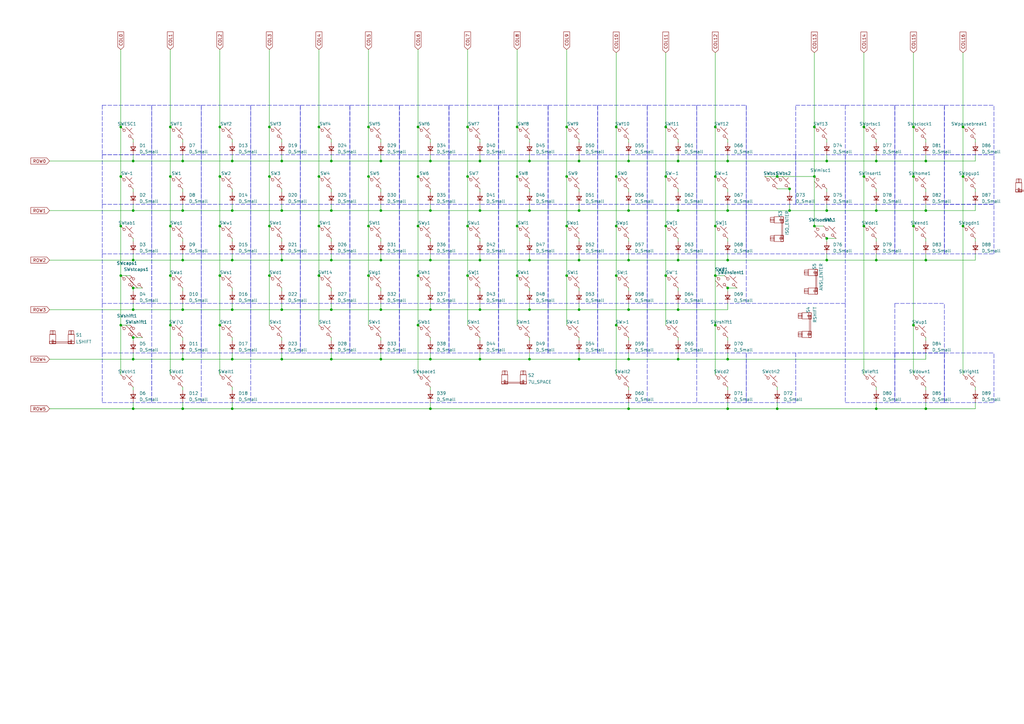
<source format=kicad_sch>
(kicad_sch (version 20211123) (generator eeschema)
  (paper "A3")
  (title_block (title "nullus v1 PCB (UDB COMPATIBLE)") (date "2022-10-06") (rev "2") (company "Nullus Studios"))
  (junction (at 257.81 167.64))
  (junction (at 95.25 127))
  (junction (at 278.13 86.36))
  (junction (at 237.49 66.04))
  (junction (at 212.09 52.07))
  (junction (at 135.89 66.04))
  (junction (at 54.61 127))
  (junction (at 74.93 167.64))
  (junction (at 135.89 147.32))
  (junction (at 110.49 72.39))
  (junction (at 212.09 113.03))
  (junction (at 293.37 52.07))
  (junction (at 135.89 86.36))
  (junction (at 298.45 66.04))
  (junction (at 156.21 66.04))
  (junction (at 273.05 113.03))
  (junction (at 69.85 133.35))
  (junction (at 191.77 72.39))
  (junction (at 74.93 86.36))
  (junction (at 69.85 92.71))
  (junction (at 54.61 118.11))
  (junction (at 49.53 52.07))
  (junction (at 95.25 147.32))
  (junction (at 217.17 147.32))
  (junction (at 115.57 66.04))
  (junction (at 90.17 133.35))
  (junction (at 49.53 113.03))
  (junction (at 90.17 92.71))
  (junction (at 191.77 52.07))
  (junction (at 95.25 86.36))
  (junction (at 379.73 167.64))
  (junction (at 298.45 86.36))
  (junction (at 232.41 72.39))
  (junction (at 252.73 133.35))
  (junction (at 273.05 92.71))
  (junction (at 156.21 106.68))
  (junction (at 237.49 147.32))
  (junction (at 49.53 92.71))
  (junction (at 334.01 92.71))
  (junction (at 374.65 72.39))
  (junction (at 54.61 147.32))
  (junction (at 212.09 92.71))
  (junction (at 278.13 106.68))
  (junction (at 394.97 92.71))
  (junction (at 257.81 106.68))
  (junction (at 90.17 52.07))
  (junction (at 359.41 66.04))
  (junction (at 176.53 66.04))
  (junction (at 171.45 133.35))
  (junction (at 74.93 66.04))
  (junction (at 95.25 66.04))
  (junction (at 232.41 113.03))
  (junction (at 49.53 133.35))
  (junction (at 257.81 127))
  (junction (at 151.13 92.71))
  (junction (at 323.85 86.36))
  (junction (at 130.81 52.07))
  (junction (at 171.45 72.39))
  (junction (at 217.17 86.36))
  (junction (at 69.85 113.03))
  (junction (at 69.85 52.07))
  (junction (at 176.53 147.32))
  (junction (at 359.41 106.68))
  (junction (at 379.73 86.36))
  (junction (at 217.17 66.04))
  (junction (at 293.37 92.71))
  (junction (at 339.09 86.36))
  (junction (at 196.85 86.36))
  (junction (at 252.73 92.71))
  (junction (at 237.49 127))
  (junction (at 115.57 147.32))
  (junction (at 293.37 113.03))
  (junction (at 95.25 106.68))
  (junction (at 196.85 127))
  (junction (at 196.85 66.04))
  (junction (at 54.61 167.64))
  (junction (at 54.61 106.68))
  (junction (at 110.49 52.07))
  (junction (at 49.53 72.39))
  (junction (at 74.93 147.32))
  (junction (at 293.37 133.35))
  (junction (at 191.77 92.71))
  (junction (at 298.45 106.68))
  (junction (at 379.73 66.04))
  (junction (at 110.49 113.03))
  (junction (at 135.89 127))
  (junction (at 156.21 127))
  (junction (at 74.93 127))
  (junction (at 354.33 52.07))
  (junction (at 232.41 92.71))
  (junction (at 318.77 72.39))
  (junction (at 374.65 133.35))
  (junction (at 237.49 106.68))
  (junction (at 95.25 167.64))
  (junction (at 374.65 92.71))
  (junction (at 293.37 72.39))
  (junction (at 176.53 106.68))
  (junction (at 54.61 86.36))
  (junction (at 54.61 138.43))
  (junction (at 151.13 52.07))
  (junction (at 359.41 86.36))
  (junction (at 237.49 86.36))
  (junction (at 54.61 66.04))
  (junction (at 130.81 113.03))
  (junction (at 278.13 147.32))
  (junction (at 74.93 106.68))
  (junction (at 298.45 147.32))
  (junction (at 196.85 147.32))
  (junction (at 212.09 72.39))
  (junction (at 257.81 147.32))
  (junction (at 334.01 72.39))
  (junction (at 217.17 106.68))
  (junction (at 217.17 127))
  (junction (at 298.45 167.64))
  (junction (at 191.77 113.03))
  (junction (at 334.01 52.07))
  (junction (at 273.05 52.07))
  (junction (at 171.45 92.71))
  (junction (at 130.81 72.39))
  (junction (at 273.05 72.39))
  (junction (at 394.97 52.07))
  (junction (at 171.45 52.07))
  (junction (at 252.73 113.03))
  (junction (at 115.57 127))
  (junction (at 156.21 86.36))
  (junction (at 171.45 113.03))
  (junction (at 374.65 52.07))
  (junction (at 196.85 106.68))
  (junction (at 354.33 92.71))
  (junction (at 69.85 72.39))
  (junction (at 130.81 92.71))
  (junction (at 110.49 92.71))
  (junction (at 339.09 97.79))
  (junction (at 90.17 72.39))
  (junction (at 379.73 106.68))
  (junction (at 359.41 167.64))
  (junction (at 323.85 77.47))
  (junction (at 90.17 113.03))
  (junction (at 298.45 118.11))
  (junction (at 232.41 52.07))
  (junction (at 318.77 167.64))
  (junction (at 115.57 86.36))
  (junction (at 151.13 113.03))
  (junction (at 278.13 66.04))
  (junction (at 394.97 72.39))
  (junction (at 156.21 147.32))
  (junction (at 257.81 66.04))
  (junction (at 252.73 52.07))
  (junction (at 339.09 106.68))
  (junction (at 115.57 106.68))
  (junction (at 176.53 127))
  (junction (at 278.13 127))
  (junction (at 135.89 106.68))
  (junction (at 252.73 72.39))
  (junction (at 176.53 86.36))
  (junction (at 354.33 72.39))
  (junction (at 339.09 66.04))
  (junction (at 176.53 167.64))
  (junction (at 257.81 86.36))
  (junction (at 151.13 72.39))
  (wire (pts (xy 54.61 63.5) (xy 54.61 66.04)))
  (wire (pts (xy 115.57 58.42) (xy 115.57 57.15)))
  (wire (pts (xy 176.53 58.42) (xy 176.53 57.15)))
  (wire (pts (xy 54.61 86.36) (xy 74.93 86.36)))
  (polyline (pts (xy 204.47 144.78) (xy 204.47 124.46)))
  (wire (pts (xy 95.25 86.36) (xy 115.57 86.36)))
  (wire (pts (xy 273.05 72.39) (xy 273.05 92.71)))
  (polyline (pts (xy 41.91 63.5) (xy 62.23 63.5)))
  (polyline (pts (xy 102.87 63.5) (xy 102.87 83.82)))
  (polyline (pts (xy 326.39 43.18) (xy 346.71 43.18)))
  (polyline (pts (xy 163.83 104.14) (xy 163.83 83.82)))
  (polyline (pts (xy 62.23 83.82) (xy 62.23 63.5)))
  (wire (pts (xy 176.53 83.82) (xy 176.53 86.36)))
  (polyline (pts (xy 387.35 83.82) (xy 407.67 83.82)))
  (polyline (pts (xy 245.11 124.46) (xy 245.11 104.14)))
  (wire (pts (xy 49.53 52.07) (xy 49.53 72.39)))
  (polyline (pts (xy 123.19 83.82) (xy 123.19 63.5)))
  (polyline (pts (xy 285.75 43.18) (xy 285.75 63.5)))
  (polyline (pts (xy 82.55 83.82) (xy 82.55 63.5)))
  (wire (pts (xy 20.32 106.68) (xy 54.61 106.68)))
  (wire (pts (xy 54.61 147.32) (xy 74.93 147.32)))
  (wire (pts (xy 278.13 119.38) (xy 278.13 118.11)))
  (wire (pts (xy 278.13 99.06) (xy 278.13 97.79)))
  (wire (pts (xy 74.93 83.82) (xy 74.93 86.36)))
  (polyline (pts (xy 346.71 43.18) (xy 346.71 63.5)))
  (wire (pts (xy 298.45 165.1) (xy 298.45 167.64)))
  (polyline (pts (xy 367.03 144.78) (xy 387.35 144.78)))
  (wire (pts (xy 212.09 92.71) (xy 212.09 113.03)))
  (polyline (pts (xy 41.91 83.82) (xy 62.23 83.82)))
  (wire (pts (xy 156.21 83.82) (xy 156.21 86.36)))
  (wire (pts (xy 257.81 63.5) (xy 257.81 66.04)))
  (polyline (pts (xy 123.19 43.18) (xy 143.51 43.18)))
  (wire (pts (xy 74.93 66.04) (xy 95.25 66.04)))
  (wire (pts (xy 257.81 66.04) (xy 278.13 66.04)))
  (wire (pts (xy 379.73 63.5) (xy 379.73 66.04)))
  (wire (pts (xy 191.77 92.71) (xy 191.77 113.03)))
  (wire (pts (xy 257.81 104.14) (xy 257.81 106.68)))
  (wire (pts (xy 110.49 20.32) (xy 110.49 52.07)))
  (wire (pts (xy 217.17 58.42) (xy 217.17 57.15)))
  (wire (pts (xy 196.85 144.78) (xy 196.85 147.32)))
  (polyline (pts (xy 204.47 83.82) (xy 204.47 104.14)))
  (polyline (pts (xy 224.79 43.18) (xy 224.79 63.5)))
  (polyline (pts (xy 265.43 63.5) (xy 265.43 43.18)))
  (wire (pts (xy 115.57 119.38) (xy 115.57 118.11)))
  (polyline (pts (xy 102.87 43.18) (xy 123.19 43.18)))
  (wire (pts (xy 115.57 63.5) (xy 115.57 66.04)))
  (polyline (pts (xy 326.39 63.5) (xy 326.39 83.82)))
  (wire (pts (xy 135.89 63.5) (xy 135.89 66.04)))
  (polyline (pts (xy 285.75 104.14) (xy 285.75 124.46)))
  (polyline (pts (xy 123.19 83.82) (xy 123.19 104.14)))
  (wire (pts (xy 359.41 83.82) (xy 359.41 86.36)))
  (polyline (pts (xy 224.79 104.14) (xy 224.79 83.82)))
  (wire (pts (xy 379.73 86.36) (xy 400.05 86.36)))
  (polyline (pts (xy 346.71 43.18) (xy 367.03 43.18)))
  (polyline (pts (xy 367.03 144.78) (xy 367.03 165.1)))
  (wire (pts (xy 191.77 52.07) (xy 191.77 72.39)))
  (wire (pts (xy 115.57 86.36) (xy 135.89 86.36)))
  (wire (pts (xy 400.05 63.5) (xy 400.05 66.04)))
  (polyline (pts (xy 123.19 63.5) (xy 123.19 83.82)))
  (wire (pts (xy 278.13 104.14) (xy 278.13 106.68)))
  (wire (pts (xy 252.73 113.03) (xy 252.73 133.35)))
  (polyline (pts (xy 306.07 165.1) (xy 306.07 144.78)))
  (polyline (pts (xy 367.03 83.82) (xy 367.03 104.14)))
  (polyline (pts (xy 184.15 83.82) (xy 184.15 63.5)))
  (polyline (pts (xy 143.51 104.14) (xy 143.51 83.82)))
  (polyline (pts (xy 82.55 124.46) (xy 82.55 104.14)))
  (polyline (pts (xy 367.03 124.46) (xy 387.35 124.46)))
  (wire (pts (xy 74.93 147.32) (xy 95.25 147.32)))
  (wire (pts (xy 217.17 119.38) (xy 217.17 118.11)))
  (wire (pts (xy 379.73 139.7) (xy 379.73 138.43)))
  (polyline (pts (xy 224.79 63.5) (xy 224.79 83.82)))
  (wire (pts (xy 273.05 21.59) (xy 273.05 52.07)))
  (polyline (pts (xy 245.11 83.82) (xy 245.11 104.14)))
  (wire (pts (xy 54.61 99.06) (xy 54.61 97.79)))
  (wire (pts (xy 217.17 78.74) (xy 217.17 77.47)))
  (wire (pts (xy 217.17 124.46) (xy 217.17 127)))
  (polyline (pts (xy 265.43 43.18) (xy 285.75 43.18)))
  (wire (pts (xy 74.93 104.14) (xy 74.93 106.68)))
  (wire (pts (xy 135.89 86.36) (xy 156.21 86.36)))
  (polyline (pts (xy 184.15 124.46) (xy 184.15 104.14)))
  (wire (pts (xy 257.81 106.68) (xy 278.13 106.68)))
  (wire (pts (xy 257.81 99.06) (xy 257.81 97.79)))
  (wire (pts (xy 95.25 167.64) (xy 176.53 167.64)))
  (wire (pts (xy 232.41 20.32) (xy 232.41 52.07)))
  (polyline (pts (xy 387.35 83.82) (xy 387.35 104.14)))
  (wire (pts (xy 339.09 66.04) (xy 359.41 66.04)))
  (wire (pts (xy 74.93 58.42) (xy 74.93 57.15)))
  (wire (pts (xy 156.21 86.36) (xy 176.53 86.36)))
  (polyline (pts (xy 306.07 83.82) (xy 306.07 104.14)))
  (polyline (pts (xy 407.67 104.14) (xy 407.67 83.82)))
  (polyline (pts (xy 367.03 43.18) (xy 387.35 43.18)))
  (wire (pts (xy 196.85 58.42) (xy 196.85 57.15)))
  (wire (pts (xy 176.53 99.06) (xy 176.53 97.79)))
  (wire (pts (xy 379.73 83.82) (xy 379.73 86.36)))
  (wire (pts (xy 334.01 72.39) (xy 334.01 92.71)))
  (wire (pts (xy 278.13 106.68) (xy 298.45 106.68)))
  (wire (pts (xy 379.73 144.78) (xy 379.73 147.32)))
  (polyline (pts (xy 245.11 144.78) (xy 245.11 124.46)))
  (wire (pts (xy 374.65 21.59) (xy 374.65 52.07)))
  (wire (pts (xy 54.61 118.11) (xy 58.42 118.11)))
  (polyline (pts (xy 245.11 104.14) (xy 245.11 124.46)))
  (polyline (pts (xy 285.75 83.82) (xy 285.75 104.14)))
  (polyline (pts (xy 62.23 144.78) (xy 62.23 165.1)))
  (polyline (pts (xy 245.11 83.82) (xy 245.11 63.5)))
  (wire (pts (xy 394.97 52.07) (xy 394.97 72.39)))
  (wire (pts (xy 74.93 165.1) (xy 74.93 167.64)))
  (wire (pts (xy 20.32 86.36) (xy 54.61 86.36)))
  (wire (pts (xy 54.61 139.7) (xy 54.61 138.43)))
  (wire (pts (xy 257.81 83.82) (xy 257.81 86.36)))
  (wire (pts (xy 237.49 119.38) (xy 237.49 118.11)))
  (wire (pts (xy 54.61 124.46) (xy 54.61 127)))
  (wire (pts (xy 232.41 72.39) (xy 232.41 92.71)))
  (wire (pts (xy 257.81 127) (xy 278.13 127)))
  (wire (pts (xy 237.49 144.78) (xy 237.49 147.32)))
  (wire (pts (xy 156.21 144.78) (xy 156.21 147.32)))
  (polyline (pts (xy 224.79 144.78) (xy 224.79 124.46)))
  (wire (pts (xy 176.53 66.04) (xy 196.85 66.04)))
  (polyline (pts (xy 102.87 83.82) (xy 102.87 63.5)))
  (polyline (pts (xy 102.87 83.82) (xy 102.87 104.14)))
  (wire (pts (xy 298.45 106.68) (xy 339.09 106.68)))
  (polyline (pts (xy 387.35 63.5) (xy 407.67 63.5)))
  (wire (pts (xy 156.21 106.68) (xy 176.53 106.68)))
  (wire (pts (xy 115.57 104.14) (xy 115.57 106.68)))
  (polyline (pts (xy 265.43 124.46) (xy 265.43 104.14)))
  (wire (pts (xy 217.17 63.5) (xy 217.17 66.04)))
  (wire (pts (xy 135.89 144.78) (xy 135.89 147.32)))
  (wire (pts (xy 212.09 20.32) (xy 212.09 52.07)))
  (wire (pts (xy 176.53 127) (xy 196.85 127)))
  (polyline (pts (xy 184.15 63.5) (xy 184.15 43.18)))
  (wire (pts (xy 237.49 78.74) (xy 237.49 77.47)))
  (wire (pts (xy 69.85 92.71) (xy 69.85 113.03)))
  (wire (pts (xy 156.21 119.38) (xy 156.21 118.11)))
  (polyline (pts (xy 62.23 124.46) (xy 62.23 144.78)))
  (wire (pts (xy 69.85 20.32) (xy 69.85 52.07)))
  (wire (pts (xy 95.25 66.04) (xy 115.57 66.04)))
  (wire (pts (xy 293.37 113.03) (xy 293.37 133.35)))
  (wire (pts (xy 196.85 86.36) (xy 217.17 86.36)))
  (polyline (pts (xy 265.43 144.78) (xy 265.43 124.46)))
  (polyline (pts (xy 387.35 63.5) (xy 407.67 63.5)))
  (wire (pts (xy 74.93 106.68) (xy 95.25 106.68)))
  (polyline (pts (xy 285.75 124.46) (xy 285.75 104.14)))
  (polyline (pts (xy 265.43 104.14) (xy 265.43 83.82)))
  (wire (pts (xy 135.89 66.04) (xy 156.21 66.04)))
  (wire (pts (xy 359.41 63.5) (xy 359.41 66.04)))
  (polyline (pts (xy 62.23 43.18) (xy 82.55 43.18)))
  (wire (pts (xy 318.77 72.39) (xy 334.01 72.39)))
  (wire (pts (xy 217.17 139.7) (xy 217.17 138.43)))
  (polyline (pts (xy 41.91 83.82) (xy 41.91 104.14)))
  (wire (pts (xy 252.73 21.59) (xy 252.73 52.07)))
  (polyline (pts (xy 306.07 104.14) (xy 306.07 83.82)))
  (wire (pts (xy 74.93 86.36) (xy 95.25 86.36)))
  (wire (pts (xy 176.53 147.32) (xy 196.85 147.32)))
  (polyline (pts (xy 82.55 43.18) (xy 82.55 63.5)))
  (wire (pts (xy 252.73 72.39) (xy 252.73 92.71)))
  (wire (pts (xy 298.45 167.64) (xy 318.77 167.64)))
  (wire (pts (xy 115.57 83.82) (xy 115.57 86.36)))
  (polyline (pts (xy 367.03 165.1) (xy 367.03 144.78)))
  (polyline (pts (xy 407.67 165.1) (xy 407.67 144.78)))
  (polyline (pts (xy 245.11 124.46) (xy 245.11 144.78)))
  (wire (pts (xy 49.53 113.03) (xy 53.34 113.03)))
  (wire (pts (xy 151.13 20.32) (xy 151.13 52.07)))
  (wire (pts (xy 90.17 72.39) (xy 90.17 92.71)))
  (polyline (pts (xy 204.47 43.18) (xy 224.79 43.18)))
  (wire (pts (xy 293.37 21.59) (xy 293.37 52.07)))
  (polyline (pts (xy 306.07 83.82) (xy 306.07 63.5)))
  (wire (pts (xy 151.13 113.03) (xy 151.13 133.35)))
  (polyline (pts (xy 163.83 124.46) (xy 163.83 104.14)))
  (polyline (pts (xy 204.47 43.18) (xy 204.47 63.5)))
  (polyline (pts (xy 245.11 43.18) (xy 245.11 63.5)))
  (wire (pts (xy 323.85 86.36) (xy 339.09 86.36)))
  (polyline (pts (xy 123.19 144.78) (xy 123.19 124.46)))
  (polyline (pts (xy 41.91 43.18) (xy 62.23 43.18)))
  (polyline (pts (xy 163.83 83.82) (xy 163.83 104.14)))
  (wire (pts (xy 69.85 133.35) (xy 69.85 153.67)))
  (polyline (pts (xy 163.83 144.78) (xy 163.83 124.46)))
  (wire (pts (xy 273.05 52.07) (xy 273.05 72.39)))
  (polyline (pts (xy 306.07 104.14) (xy 306.07 124.46)))
  (polyline (pts (xy 143.51 104.14) (xy 143.51 124.46)))
  (wire (pts (xy 278.13 139.7) (xy 278.13 138.43)))
  (wire (pts (xy 135.89 106.68) (xy 156.21 106.68)))
  (wire (pts (xy 176.53 78.74) (xy 176.53 77.47)))
  (polyline (pts (xy 102.87 124.46) (xy 102.87 144.78)))
  (polyline (pts (xy 62.23 83.82) (xy 387.35 83.82)))
  (polyline (pts (xy 306.07 43.18) (xy 306.07 63.5)))
  (wire (pts (xy 54.61 58.42) (xy 54.61 57.15)))
  (wire (pts (xy 115.57 144.78) (xy 115.57 147.32)))
  (polyline (pts (xy 184.15 144.78) (xy 184.15 124.46)))
  (wire (pts (xy 374.65 72.39) (xy 374.65 92.71)))
  (wire (pts (xy 217.17 147.32) (xy 237.49 147.32)))
  (wire (pts (xy 49.53 72.39) (xy 49.53 92.71)))
  (polyline (pts (xy 265.43 83.82) (xy 265.43 63.5)))
  (wire (pts (xy 217.17 99.06) (xy 217.17 97.79)))
  (wire (pts (xy 74.93 99.06) (xy 74.93 97.79)))
  (polyline (pts (xy 62.23 144.78) (xy 62.23 165.1)))
  (wire (pts (xy 156.21 66.04) (xy 176.53 66.04)))
  (wire (pts (xy 95.25 58.42) (xy 95.25 57.15)))
  (wire (pts (xy 298.45 160.02) (xy 298.45 158.75)))
  (wire (pts (xy 95.25 160.02) (xy 95.25 158.75)))
  (wire (pts (xy 334.01 52.07) (xy 334.01 72.39)))
  (polyline (pts (xy 204.47 104.14) (xy 204.47 124.46)))
  (wire (pts (xy 334.01 21.59) (xy 334.01 52.07)))
  (wire (pts (xy 359.41 58.42) (xy 359.41 57.15)))
  (polyline (pts (xy 184.15 83.82) (xy 184.15 104.14)))
  (wire (pts (xy 293.37 52.07) (xy 293.37 72.39)))
  (wire (pts (xy 278.13 86.36) (xy 298.45 86.36)))
  (wire (pts (xy 135.89 58.42) (xy 135.89 57.15)))
  (polyline (pts (xy 184.15 43.18) (xy 204.47 43.18)))
  (wire (pts (xy 400.05 78.74) (xy 400.05 77.47)))
  (wire (pts (xy 156.21 58.42) (xy 156.21 57.15)))
  (wire (pts (xy 191.77 72.39) (xy 191.77 92.71)))
  (polyline (pts (xy 407.67 83.82) (xy 407.67 63.5)))
  (polyline (pts (xy 82.55 83.82) (xy 82.55 104.14)))
  (polyline (pts (xy 184.15 104.14) (xy 184.15 124.46)))
  (wire (pts (xy 379.73 106.68) (xy 400.05 106.68)))
  (wire (pts (xy 156.21 63.5) (xy 156.21 66.04)))
  (wire (pts (xy 49.53 92.71) (xy 49.53 113.03)))
  (wire (pts (xy 339.09 99.06) (xy 339.09 97.79)))
  (polyline (pts (xy 41.91 124.46) (xy 41.91 144.78)))
  (wire (pts (xy 135.89 124.46) (xy 135.89 127)))
  (wire (pts (xy 90.17 52.07) (xy 90.17 72.39)))
  (polyline (pts (xy 41.91 43.18) (xy 41.91 63.5)))
  (polyline (pts (xy 163.83 43.18) (xy 184.15 43.18)))
  (wire (pts (xy 339.09 78.74) (xy 339.09 77.47)))
  (wire (pts (xy 252.73 92.71) (xy 252.73 113.03)))
  (wire (pts (xy 176.53 167.64) (xy 257.81 167.64)))
  (polyline (pts (xy 306.07 63.5) (xy 306.07 43.18)))
  (wire (pts (xy 54.61 138.43) (xy 58.42 138.43)))
  (polyline (pts (xy 367.03 63.5) (xy 367.03 83.82)))
  (wire (pts (xy 318.77 165.1) (xy 318.77 167.64)))
  (polyline (pts (xy 285.75 63.5) (xy 285.75 43.18)))
  (wire (pts (xy 95.25 99.06) (xy 95.25 97.79)))
  (wire (pts (xy 54.61 77.47) (xy 54.61 78.74)))
  (polyline (pts (xy 204.47 124.46) (xy 204.47 144.78)))
  (wire (pts (xy 374.65 92.71) (xy 374.65 133.35)))
  (wire (pts (xy 156.21 127) (xy 176.53 127)))
  (polyline (pts (xy 265.43 124.46) (xy 265.43 144.78)))
  (polyline (pts (xy 143.51 124.46) (xy 143.51 104.14)))
  (wire (pts (xy 20.32 66.04) (xy 54.61 66.04)))
  (polyline (pts (xy 224.79 43.18) (xy 245.11 43.18)))
  (polyline (pts (xy 62.23 165.1) (xy 326.39 165.1)))
  (polyline (pts (xy 224.79 124.46) (xy 224.79 104.14)))
  (polyline (pts (xy 82.55 43.18) (xy 102.87 43.18)))
  (wire (pts (xy 196.85 63.5) (xy 196.85 66.04)))
  (wire (pts (xy 95.25 139.7) (xy 95.25 138.43)))
  (wire (pts (xy 400.05 83.82) (xy 400.05 86.36)))
  (wire (pts (xy 278.13 78.74) (xy 278.13 77.47)))
  (wire (pts (xy 298.45 86.36) (xy 323.85 86.36)))
  (wire (pts (xy 135.89 139.7) (xy 135.89 138.43)))
  (wire (pts (xy 69.85 113.03) (xy 69.85 133.35)))
  (wire (pts (xy 339.09 106.68) (xy 359.41 106.68)))
  (wire (pts (xy 359.41 165.1) (xy 359.41 167.64)))
  (wire (pts (xy 95.25 104.14) (xy 95.25 106.68)))
  (wire (pts (xy 196.85 106.68) (xy 217.17 106.68)))
  (polyline (pts (xy 163.83 104.14) (xy 163.83 124.46)))
  (wire (pts (xy 318.77 160.02) (xy 318.77 158.75)))
  (polyline (pts (xy 62.23 124.46) (xy 287.02 124.46)))
  (polyline (pts (xy 143.51 144.78) (xy 143.51 124.46)))
  (wire (pts (xy 257.81 160.02) (xy 257.81 158.75)))
  (wire (pts (xy 379.73 78.74) (xy 379.73 77.47)))
  (polyline (pts (xy 285.75 144.78) (xy 285.75 124.46)))
  (polyline (pts (xy 265.43 144.78) (xy 265.43 165.1)))
  (polyline (pts (xy 387.35 63.5) (xy 387.35 43.18)))
  (polyline (pts (xy 163.83 63.5) (xy 163.83 83.82)))
  (polyline (pts (xy 123.19 63.5) (xy 123.19 43.18)))
  (polyline (pts (xy 245.11 104.14) (xy 245.11 83.82)))
  (wire (pts (xy 298.45 78.74) (xy 298.45 77.47)))
  (wire (pts (xy 54.61 83.82) (xy 54.61 86.36)))
  (wire (pts (xy 297.18 113.03) (xy 293.37 113.03)))
  (wire (pts (xy 115.57 147.32) (xy 135.89 147.32)))
  (wire (pts (xy 298.45 144.78) (xy 298.45 147.32)))
  (polyline (pts (xy 265.43 43.18) (xy 265.43 63.5)))
  (wire (pts (xy 339.09 86.36) (xy 359.41 86.36)))
  (wire (pts (xy 176.53 106.68) (xy 196.85 106.68)))
  (wire (pts (xy 379.73 99.06) (xy 379.73 97.79)))
  (polyline (pts (xy 123.19 104.14) (xy 123.19 124.46)))
  (wire (pts (xy 135.89 99.06) (xy 135.89 97.79)))
  (wire (pts (xy 54.61 106.68) (xy 74.93 106.68)))
  (wire (pts (xy 49.53 20.32) (xy 49.53 52.07)))
  (wire (pts (xy 171.45 133.35) (xy 171.45 153.67)))
  (polyline (pts (xy 102.87 104.14) (xy 102.87 83.82)))
  (wire (pts (xy 90.17 113.03) (xy 90.17 133.35)))
  (wire (pts (xy 217.17 66.04) (xy 237.49 66.04)))
  (wire (pts (xy 379.73 58.42) (xy 379.73 57.15)))
  (polyline (pts (xy 62.23 104.14) (xy 62.23 83.82)))
  (wire (pts (xy 232.41 92.71) (xy 232.41 113.03)))
  (wire (pts (xy 90.17 92.71) (xy 90.17 113.03)))
  (polyline (pts (xy 163.83 124.46) (xy 163.83 144.78)))
  (wire (pts (xy 354.33 52.07) (xy 354.33 72.39)))
  (wire (pts (xy 74.93 124.46) (xy 74.93 127)))
  (wire (pts (xy 298.45 119.38) (xy 298.45 118.11)))
  (wire (pts (xy 115.57 99.06) (xy 115.57 97.79)))
  (wire (pts (xy 69.85 72.39) (xy 69.85 92.71)))
  (polyline (pts (xy 143.51 43.18) (xy 143.51 63.5)))
  (wire (pts (xy 298.45 147.32) (xy 379.73 147.32)))
  (wire (pts (xy 379.73 66.04) (xy 400.05 66.04)))
  (polyline (pts (xy 184.15 124.46) (xy 184.15 144.78)))
  (wire (pts (xy 339.09 97.79) (xy 342.9 97.79)))
  (polyline (pts (xy 387.35 165.1) (xy 407.67 165.1)))
  (polyline (pts (xy 204.47 124.46) (xy 204.47 104.14)))
  (wire (pts (xy 400.05 165.1) (xy 400.05 167.64)))
  (polyline (pts (xy 346.71 144.78) (xy 346.71 165.1)))
  (wire (pts (xy 130.81 52.07) (xy 130.81 72.39)))
  (polyline (pts (xy 387.35 83.82) (xy 387.35 63.5)))
  (wire (pts (xy 293.37 133.35) (xy 293.37 153.67)))
  (polyline (pts (xy 306.07 144.78) (xy 306.07 165.1)))
  (wire (pts (xy 176.53 144.78) (xy 176.53 147.32)))
  (polyline (pts (xy 82.55 144.78) (xy 367.03 144.78)))
  (wire (pts (xy 359.41 78.74) (xy 359.41 77.47)))
  (polyline (pts (xy 143.51 83.82) (xy 143.51 63.5)))
  (wire (pts (xy 54.61 127) (xy 74.93 127)))
  (wire (pts (xy 135.89 147.32) (xy 156.21 147.32)))
  (wire (pts (xy 278.13 147.32) (xy 298.45 147.32)))
  (polyline (pts (xy 204.47 63.5) (xy 204.47 83.82)))
  (wire (pts (xy 394.97 21.59) (xy 394.97 52.07)))
  (polyline (pts (xy 163.83 83.82) (xy 163.83 63.5)))
  (wire (pts (xy 115.57 124.46) (xy 115.57 127)))
  (wire (pts (xy 237.49 124.46) (xy 237.49 127)))
  (wire (pts (xy 74.93 167.64) (xy 95.25 167.64)))
  (polyline (pts (xy 387.35 43.18) (xy 407.67 43.18)))
  (wire (pts (xy 298.45 58.42) (xy 298.45 57.15)))
  (wire (pts (xy 339.09 58.42) (xy 339.09 57.15)))
  (wire (pts (xy 110.49 72.39) (xy 110.49 92.71)))
  (wire (pts (xy 334.01 92.71) (xy 337.82 92.71)))
  (wire (pts (xy 151.13 72.39) (xy 151.13 92.71)))
  (wire (pts (xy 298.45 99.06) (xy 298.45 97.79)))
  (polyline (pts (xy 62.23 63.5) (xy 387.35 63.5)))
  (polyline (pts (xy 367.03 104.14) (xy 367.03 83.82)))
  (wire (pts (xy 115.57 127) (xy 135.89 127)))
  (polyline (pts (xy 245.11 63.5) (xy 245.11 43.18)))
  (polyline (pts (xy 387.35 165.1) (xy 387.35 144.78)))
  (wire (pts (xy 313.69 72.39) (xy 318.77 72.39)))
  (polyline (pts (xy 224.79 83.82) (xy 224.79 104.14)))
  (wire (pts (xy 90.17 133.35) (xy 90.17 153.67)))
  (wire (pts (xy 252.73 133.35) (xy 252.73 153.67)))
  (wire (pts (xy 135.89 127) (xy 156.21 127)))
  (wire (pts (xy 171.45 52.07) (xy 171.45 72.39)))
  (wire (pts (xy 400.05 104.14) (xy 400.05 106.68)))
  (wire (pts (xy 298.45 104.14) (xy 298.45 106.68)))
  (polyline (pts (xy 326.39 144.78) (xy 326.39 165.1)))
  (polyline (pts (xy 346.71 83.82) (xy 346.71 63.5)))
  (polyline (pts (xy 306.07 63.5) (xy 306.07 83.82)))
  (wire (pts (xy 156.21 139.7) (xy 156.21 138.43)))
  (wire (pts (xy 135.89 83.82) (xy 135.89 86.36)))
  (polyline (pts (xy 82.55 104.14) (xy 82.55 124.46)))
  (wire (pts (xy 95.25 127) (xy 115.57 127)))
  (wire (pts (xy 354.33 72.39) (xy 354.33 92.71)))
  (polyline (pts (xy 326.39 63.5) (xy 326.39 43.18)))
  (polyline (pts (xy 387.35 104.14) (xy 387.35 83.82)))
  (wire (pts (xy 278.13 63.5) (xy 278.13 66.04)))
  (wire (pts (xy 135.89 78.74) (xy 135.89 77.47)))
  (wire (pts (xy 298.45 124.46) (xy 298.45 127)))
  (wire (pts (xy 130.81 20.32) (xy 130.81 52.07)))
  (wire (pts (xy 273.05 113.03) (xy 273.05 133.35)))
  (wire (pts (xy 130.81 92.71) (xy 130.81 113.03)))
  (polyline (pts (xy 123.19 124.46) (xy 123.19 144.78)))
  (wire (pts (xy 237.49 99.06) (xy 237.49 97.79)))
  (wire (pts (xy 49.53 133.35) (xy 53.34 133.35)))
  (polyline (pts (xy 387.35 144.78) (xy 387.35 165.1)))
  (polyline (pts (xy 62.23 43.18) (xy 62.23 63.5)))
  (polyline (pts (xy 123.19 124.46) (xy 123.19 104.14)))
  (polyline (pts (xy 387.35 83.82) (xy 407.67 83.82)))
  (polyline (pts (xy 123.19 104.14) (xy 123.19 83.82)))
  (polyline (pts (xy 204.47 83.82) (xy 204.47 63.5)))
  (wire (pts (xy 359.41 106.68) (xy 379.73 106.68)))
  (wire (pts (xy 237.49 104.14) (xy 237.49 106.68)))
  (wire (pts (xy 359.41 167.64) (xy 379.73 167.64)))
  (wire (pts (xy 359.41 160.02) (xy 359.41 158.75)))
  (wire (pts (xy 110.49 113.03) (xy 110.49 133.35)))
  (polyline (pts (xy 123.19 43.18) (xy 123.19 63.5)))
  (wire (pts (xy 176.53 86.36) (xy 196.85 86.36)))
  (polyline (pts (xy 367.03 43.18) (xy 367.03 63.5)))
  (wire (pts (xy 196.85 139.7) (xy 196.85 138.43)))
  (wire (pts (xy 257.81 139.7) (xy 257.81 138.43)))
  (wire (pts (xy 176.53 124.46) (xy 176.53 127)))
  (wire (pts (xy 156.21 104.14) (xy 156.21 106.68)))
  (wire (pts (xy 298.45 139.7) (xy 298.45 138.43)))
  (polyline (pts (xy 346.71 124.46) (xy 285.75 124.46)))
  (wire (pts (xy 394.97 72.39) (xy 394.97 92.71)))
  (wire (pts (xy 217.17 86.36) (xy 237.49 86.36)))
  (wire (pts (xy 278.13 124.46) (xy 278.13 127)))
  (polyline (pts (xy 62.23 83.82) (xy 62.23 104.14)))
  (wire (pts (xy 90.17 20.32) (xy 90.17 52.07)))
  (wire (pts (xy 171.45 113.03) (xy 171.45 133.35)))
  (polyline (pts (xy 367.03 124.46) (xy 367.03 144.78)))
  (wire (pts (xy 257.81 144.78) (xy 257.81 147.32)))
  (wire (pts (xy 359.41 99.06) (xy 359.41 97.79)))
  (wire (pts (xy 74.93 78.74) (xy 74.93 77.47)))
  (wire (pts (xy 400.05 99.06) (xy 400.05 97.79)))
  (wire (pts (xy 130.81 72.39) (xy 130.81 92.71)))
  (wire (pts (xy 151.13 52.07) (xy 151.13 72.39)))
  (wire (pts (xy 49.53 113.03) (xy 49.53 133.35)))
  (wire (pts (xy 95.25 147.32) (xy 115.57 147.32)))
  (wire (pts (xy 379.73 167.64) (xy 400.05 167.64)))
  (wire (pts (xy 54.61 160.02) (xy 54.61 158.75)))
  (polyline (pts (xy 367.03 144.78) (xy 387.35 144.78)))
  (wire (pts (xy 237.49 83.82) (xy 237.49 86.36)))
  (wire (pts (xy 257.81 124.46) (xy 257.81 127)))
  (polyline (pts (xy 346.71 63.5) (xy 346.71 83.82)))
  (polyline (pts (xy 41.91 165.1) (xy 62.23 165.1)))
  (wire (pts (xy 176.53 165.1) (xy 176.53 167.64)))
  (wire (pts (xy 115.57 78.74) (xy 115.57 77.47)))
  (polyline (pts (xy 82.55 124.46) (xy 82.55 144.78)))
  (polyline (pts (xy 224.79 63.5) (xy 224.79 43.18)))
  (polyline (pts (xy 224.79 104.14) (xy 224.79 124.46)))
  (wire (pts (xy 339.09 104.14) (xy 339.09 106.68)))
  (polyline (pts (xy 346.71 83.82) (xy 346.71 104.14)))
  (wire (pts (xy 74.93 127) (xy 95.25 127)))
  (wire (pts (xy 156.21 124.46) (xy 156.21 127)))
  (wire (pts (xy 95.25 144.78) (xy 95.25 147.32)))
  (polyline (pts (xy 245.11 63.5) (xy 245.11 83.82)))
  (wire (pts (xy 196.85 127) (xy 217.17 127)))
  (wire (pts (xy 176.53 63.5) (xy 176.53 66.04)))
  (wire (pts (xy 151.13 92.71) (xy 151.13 113.03)))
  (wire (pts (xy 293.37 72.39) (xy 293.37 92.71)))
  (polyline (pts (xy 326.39 83.82) (xy 326.39 63.5)))
  (wire (pts (xy 394.97 92.71) (xy 394.97 153.67)))
  (wire (pts (xy 95.25 78.74) (xy 95.25 77.47)))
  (wire (pts (xy 302.26 118.11) (xy 298.45 118.11)))
  (wire (pts (xy 191.77 20.32) (xy 191.77 52.07)))
  (wire (pts (xy 95.25 124.46) (xy 95.25 127)))
  (wire (pts (xy 278.13 58.42) (xy 278.13 57.15)))
  (wire (pts (xy 298.45 63.5) (xy 298.45 66.04)))
  (wire (pts (xy 257.81 167.64) (xy 298.45 167.64)))
  (wire (pts (xy 196.85 119.38) (xy 196.85 118.11)))
  (wire (pts (xy 379.73 104.14) (xy 379.73 106.68)))
  (wire (pts (xy 135.89 104.14) (xy 135.89 106.68)))
  (wire (pts (xy 74.93 119.38) (xy 74.93 118.11)))
  (polyline (pts (xy 387.35 104.14) (xy 407.67 104.14)))
  (wire (pts (xy 339.09 83.82) (xy 339.09 86.36)))
  (polyline (pts (xy 41.91 104.14) (xy 41.91 124.46)))
  (wire (pts (xy 74.93 144.78) (xy 74.93 147.32)))
  (wire (pts (xy 54.61 104.14) (xy 54.61 106.68)))
  (polyline (pts (xy 184.15 43.18) (xy 184.15 63.5)))
  (polyline (pts (xy 204.47 63.5) (xy 204.47 43.18)))
  (wire (pts (xy 95.25 119.38) (xy 95.25 118.11)))
  (wire (pts (xy 176.53 119.38) (xy 176.53 118.11)))
  (wire (pts (xy 400.05 160.02) (xy 400.05 158.75)))
  (wire (pts (xy 237.49 139.7) (xy 237.49 138.43)))
  (wire (pts (xy 318.77 77.47) (xy 323.85 77.47)))
  (wire (pts (xy 237.49 63.5) (xy 237.49 66.04)))
  (polyline (pts (xy 143.51 83.82) (xy 143.51 104.14)))
  (polyline (pts (xy 143.51 63.5) (xy 143.51 43.18)))
  (polyline (pts (xy 245.11 43.18) (xy 265.43 43.18)))
  (wire (pts (xy 400.05 58.42) (xy 400.05 57.15)))
  (polyline (pts (xy 163.83 63.5) (xy 163.83 43.18)))
  (polyline (pts (xy 387.35 43.18) (xy 387.35 63.5)))
  (wire (pts (xy 176.53 139.7) (xy 176.53 138.43)))
  (wire (pts (xy 354.33 21.59) (xy 354.33 52.07)))
  (wire (pts (xy 354.33 92.71) (xy 354.33 153.67)))
  (wire (pts (xy 176.53 160.02) (xy 176.53 158.75)))
  (wire (pts (xy 69.85 52.07) (xy 69.85 72.39)))
  (wire (pts (xy 237.49 147.32) (xy 257.81 147.32)))
  (wire (pts (xy 171.45 20.32) (xy 171.45 52.07)))
  (wire (pts (xy 278.13 83.82) (xy 278.13 86.36)))
  (polyline (pts (xy 41.91 104.14) (xy 62.23 104.14)))
  (polyline (pts (xy 41.91 144.78) (xy 41.91 165.1)))
  (polyline (pts (xy 346.71 104.14) (xy 346.71 124.46)))
  (wire (pts (xy 156.21 99.06) (xy 156.21 97.79)))
  (wire (pts (xy 54.61 66.04) (xy 74.93 66.04)))
  (wire (pts (xy 318.77 167.64) (xy 359.41 167.64)))
  (wire (pts (xy 74.93 63.5) (xy 74.93 66.04)))
  (wire (pts (xy 95.25 83.82) (xy 95.25 86.36)))
  (wire (pts (xy 110.49 92.71) (xy 110.49 113.03)))
  (polyline (pts (xy 41.91 124.46) (xy 62.23 124.46)))
  (wire (pts (xy 196.85 147.32) (xy 217.17 147.32)))
  (wire (pts (xy 359.41 104.14) (xy 359.41 106.68)))
  (polyline (pts (xy 41.91 63.5) (xy 41.91 83.82)))
  (polyline (pts (xy 387.35 144.78) (xy 407.67 144.78)))
  (wire (pts (xy 212.09 72.39) (xy 212.09 92.71)))
  (wire (pts (xy 196.85 78.74) (xy 196.85 77.47)))
  (wire (pts (xy 95.25 106.68) (xy 115.57 106.68)))
  (wire (pts (xy 20.32 147.32) (xy 54.61 147.32)))
  (wire (pts (xy 156.21 78.74) (xy 156.21 77.47)))
  (polyline (pts (xy 82.55 63.5) (xy 82.55 83.82)))
  (polyline (pts (xy 285.75 43.18) (xy 306.07 43.18)))
  (polyline (pts (xy 387.35 63.5) (xy 387.35 83.82)))
  (polyline (pts (xy 62.23 104.14) (xy 387.35 104.14)))
  (wire (pts (xy 196.85 83.82) (xy 196.85 86.36)))
  (wire (pts (xy 237.49 58.42) (xy 237.49 57.15)))
  (wire (pts (xy 217.17 144.78) (xy 217.17 147.32)))
  (wire (pts (xy 257.81 147.32) (xy 278.13 147.32)))
  (wire (pts (xy 339.09 63.5) (xy 339.09 66.04)))
  (wire (pts (xy 217.17 83.82) (xy 217.17 86.36)))
  (wire (pts (xy 278.13 66.04) (xy 298.45 66.04)))
  (polyline (pts (xy 102.87 124.46) (xy 102.87 104.14)))
  (polyline (pts (xy 163.83 43.18) (xy 163.83 63.5)))
  (wire (pts (xy 20.32 167.64) (xy 54.61 167.64)))
  (polyline (pts (xy 82.55 104.14) (xy 82.55 83.82)))
  (polyline (pts (xy 143.51 63.5) (xy 143.51 83.82)))
  (wire (pts (xy 379.73 165.1) (xy 379.73 167.64)))
  (polyline (pts (xy 346.71 83.82) (xy 346.71 104.14)))
  (wire (pts (xy 252.73 52.07) (xy 252.73 72.39)))
  (polyline (pts (xy 285.75 63.5) (xy 285.75 83.82)))
  (polyline (pts (xy 102.87 144.78) (xy 102.87 124.46)))
  (polyline (pts (xy 62.23 104.14) (xy 62.23 124.46)))
  (wire (pts (xy 374.65 133.35) (xy 374.65 153.67)))
  (wire (pts (xy 115.57 106.68) (xy 135.89 106.68)))
  (wire (pts (xy 237.49 106.68) (xy 257.81 106.68)))
  (wire (pts (xy 135.89 119.38) (xy 135.89 118.11)))
  (wire (pts (xy 115.57 66.04) (xy 135.89 66.04)))
  (wire (pts (xy 257.81 119.38) (xy 257.81 118.11)))
  (wire (pts (xy 379.73 160.02) (xy 379.73 158.75)))
  (polyline (pts (xy 41.91 144.78) (xy 82.55 144.78)))
  (polyline (pts (xy 143.51 124.46) (xy 143.51 144.78)))
  (wire (pts (xy 278.13 127) (xy 298.45 127)))
  (wire (pts (xy 49.53 133.35) (xy 49.53 153.67)))
  (polyline (pts (xy 62.23 104.14) (xy 62.23 124.46)))
  (polyline (pts (xy 143.51 43.18) (xy 163.83 43.18)))
  (wire (pts (xy 217.17 104.14) (xy 217.17 106.68)))
  (wire (pts (xy 95.25 165.1) (xy 95.25 167.64)))
  (polyline (pts (xy 41.91 63.5) (xy 62.23 63.5)))
  (wire (pts (xy 171.45 92.71) (xy 171.45 113.03)))
  (wire (pts (xy 212.09 113.03) (xy 212.09 133.35)))
  (polyline (pts (xy 367.03 63.5) (xy 367.03 43.18)))
  (wire (pts (xy 196.85 104.14) (xy 196.85 106.68)))
  (polyline (pts (xy 387.35 144.78) (xy 387.35 124.46)))
  (wire (pts (xy 257.81 86.36) (xy 278.13 86.36)))
  (polyline (pts (xy 82.55 63.5) (xy 82.55 43.18)))
  (wire (pts (xy 74.93 160.02) (xy 74.93 158.75)))
  (polyline (pts (xy 102.87 43.18) (xy 102.87 63.5)))
  (polyline (pts (xy 407.67 63.5) (xy 407.67 43.18)))
  (polyline (pts (xy 367.03 83.82) (xy 367.03 63.5)))
  (wire (pts (xy 237.49 66.04) (xy 257.81 66.04)))
  (wire (pts (xy 257.81 78.74) (xy 257.81 77.47)))
  (wire (pts (xy 323.85 77.47) (xy 323.85 78.74)))
  (wire (pts (xy 359.41 86.36) (xy 379.73 86.36)))
  (wire (pts (xy 237.49 86.36) (xy 257.81 86.36)))
  (polyline (pts (xy 306.07 83.82) (xy 306.07 104.14)))
  (wire (pts (xy 95.25 63.5) (xy 95.25 66.04)))
  (wire (pts (xy 298.45 66.04) (xy 339.09 66.04)))
  (polyline (pts (xy 82.55 165.1) (xy 82.55 144.78)))
  (wire (pts (xy 278.13 144.78) (xy 278.13 147.32)))
  (wire (pts (xy 54.61 119.38) (xy 54.61 118.11)))
  (wire (pts (xy 171.45 72.39) (xy 171.45 92.71)))
  (wire (pts (xy 74.93 139.7) (xy 74.93 138.43)))
  (polyline (pts (xy 184.15 104.14) (xy 184.15 83.82)))
  (polyline (pts (xy 184.15 63.5) (xy 184.15 83.82)))
  (wire (pts (xy 257.81 165.1) (xy 257.81 167.64)))
  (polyline (pts (xy 265.43 83.82) (xy 265.43 104.14)))
  (polyline (pts (xy 285.75 124.46) (xy 285.75 144.78)))
  (wire (pts (xy 196.85 99.06) (xy 196.85 97.79)))
  (wire (pts (xy 232.41 113.03) (xy 232.41 133.35)))
  (wire (pts (xy 293.37 92.71) (xy 293.37 113.03)))
  (wire (pts (xy 196.85 124.46) (xy 196.85 127)))
  (wire (pts (xy 196.85 66.04) (xy 217.17 66.04)))
  (wire (pts (xy 54.61 165.1) (xy 54.61 167.64)))
  (wire (pts (xy 273.05 92.71) (xy 273.05 113.03)))
  (wire (pts (xy 217.17 127) (xy 237.49 127)))
  (polyline (pts (xy 224.79 83.82) (xy 224.79 63.5)))
  (wire (pts (xy 110.49 52.07) (xy 110.49 72.39)))
  (polyline (pts (xy 346.71 165.1) (xy 387.35 165.1)))
  (polyline (pts (xy 62.23 63.5) (xy 62.23 83.82)))
  (wire (pts (xy 54.61 144.78) (xy 54.61 147.32)))
  (wire (pts (xy 237.49 127) (xy 257.81 127)))
  (polyline (pts (xy 204.47 104.14) (xy 204.47 83.82)))
  (polyline (pts (xy 102.87 144.78) (xy 102.87 165.1)))
  (wire (pts (xy 257.81 58.42) (xy 257.81 57.15)))
  (polyline (pts (xy 265.43 104.14) (xy 265.43 124.46)))
  (polyline (pts (xy 346.71 124.46) (xy 346.71 144.78)))
  (wire (pts (xy 20.32 127) (xy 54.61 127)))
  (wire (pts (xy 130.81 113.03) (xy 130.81 133.35)))
  (wire (pts (xy 212.09 52.07) (xy 212.09 72.39)))
  (wire (pts (xy 176.53 104.14) (xy 176.53 106.68)))
  (polyline (pts (xy 62.23 63.5) (xy 62.23 43.18)))
  (wire (pts (xy 298.45 83.82) (xy 298.45 86.36)))
  (wire (pts (xy 191.77 113.03) (xy 191.77 133.35)))
  (polyline (pts (xy 102.87 63.5) (xy 102.87 43.18)))
  (wire (pts (xy 323.85 83.82) (xy 323.85 86.36)))
  (polyline (pts (xy 285.75 104.14) (xy 285.75 83.82)))
  (wire (pts (xy 115.57 139.7) (xy 115.57 138.43)))
  (wire (pts (xy 232.41 52.07) (xy 232.41 72.39)))
  (polyline (pts (xy 285.75 144.78) (xy 285.75 165.1)))
  (wire (pts (xy 54.61 167.64) (xy 74.93 167.64)))
  (wire (pts (xy 156.21 147.32) (xy 176.53 147.32)))
  (wire (pts (xy 359.41 66.04) (xy 379.73 66.04)))
  (polyline (pts (xy 265.43 63.5) (xy 265.43 83.82)))
  (polyline (pts (xy 82.55 144.78) (xy 82.55 124.46)))
  (polyline (pts (xy 224.79 124.46) (xy 224.79 144.78)))
  (polyline (pts (xy 102.87 104.14) (xy 102.87 124.46)))
  (wire (pts (xy 217.17 106.68) (xy 237.49 106.68)))
  (wire (pts (xy 374.65 52.07) (xy 374.65 72.39)))
  (polyline (pts (xy 285.75 83.82) (xy 285.75 63.5)))
  (global_label "COL5" (shape input) (at 151.13 20.32 90) (property "Intersheet References" "${INTERSHEET_REFS}" (effects hide)))
  (global_label "COL3" (shape input) (at 110.49 20.32 90) (property "Intersheet References" "${INTERSHEET_REFS}" (effects hide)))
  (global_label "COL12" (shape input) (at 293.37 21.59 90) (property "Intersheet References" "${INTERSHEET_REFS}" (effects hide)))
  (global_label "COL16" (shape input) (at 394.97 21.59 90) (property "Intersheet References" "${INTERSHEET_REFS}" (effects hide)))
  (global_label "ROW0" (shape input) (at 20.32 66.04 180) (property "Intersheet References" "${INTERSHEET_REFS}" (effects hide)))
  (global_label "COL9" (shape input) (at 232.41 20.32 90) (property "Intersheet References" "${INTERSHEET_REFS}" (effects hide)))
  (global_label "COL15" (shape input) (at 374.65 21.59 90) (property "Intersheet References" "${INTERSHEET_REFS}" (effects hide)))
  (global_label "ROW4" (shape input) (at 20.32 147.32 180) (property "Intersheet References" "${INTERSHEET_REFS}" (effects hide)))
  (global_label "COL13" (shape input) (at 334.01 21.59 90) (property "Intersheet References" "${INTERSHEET_REFS}" (effects hide)))
  (global_label "COL2" (shape input) (at 90.17 20.32 90) (property "Intersheet References" "${INTERSHEET_REFS}" (effects hide)))
  (global_label "COL7" (shape input) (at 191.77 20.32 90) (property "Intersheet References" "${INTERSHEET_REFS}" (effects hide)))
  (global_label "ROW5" (shape input) (at 20.32 167.64 180) (property "Intersheet References" "${INTERSHEET_REFS}" (effects hide)))
  (global_label "COL14" (shape input) (at 354.33 21.59 90) (property "Intersheet References" "${INTERSHEET_REFS}" (effects hide)))
  (global_label "COL0" (shape input) (at 49.53 20.32 90) (property "Intersheet References" "${INTERSHEET_REFS}" (effects hide)))
  (global_label "COL4" (shape input) (at 130.81 20.32 90) (property "Intersheet References" "${INTERSHEET_REFS}" (effects hide)))
  (global_label "ROW2" (shape input) (at 20.32 106.68 180) (property "Intersheet References" "${INTERSHEET_REFS}" (effects hide)))
  (global_label "COL11" (shape input) (at 273.05 21.59 90) (property "Intersheet References" "${INTERSHEET_REFS}" (effects hide)))
  (global_label "ROW1" (shape input) (at 20.32 86.36 180) (property "Intersheet References" "${INTERSHEET_REFS}" (effects hide)))
  (global_label "COL6" (shape input) (at 171.45 20.32 90) (property "Intersheet References" "${INTERSHEET_REFS}" (effects hide)))
  (global_label "ROW3" (shape input) (at 20.32 127 180) (property "Intersheet References" "${INTERSHEET_REFS}" (effects hide)))
  (global_label "COL8" (shape input) (at 212.09 20.32 90) (property "Intersheet References" "${INTERSHEET_REFS}" (effects hide)))
  (global_label "COL10" (shape input) (at 252.73 21.59 90) (property "Intersheet References" "${INTERSHEET_REFS}" (effects hide)))
  (global_label "COL1" (shape input) (at 69.85 20.32 90) (property "Intersheet References" "${INTERSHEET_REFS}" (effects hide)))
  (symbol (lib_id "Device:D_Small") (at 115.57 60.96 90) (unit 1)
    (property "Reference" "D19" (at 118.11 59.6899 90) (effects (justify right)))
    (property "Value" "D_Small" (at 118.11 62.2299 90) (effects (justify right)))
    (property "Footprint" "Diode_SMD:D_SOD-123" (effects hide))
  )
  (symbol (lib_id "marbastlib-mx:MX_SW_HS") (at 377.19 54.61 0) (unit 1)
    (property "Reference" "SWsclock1" (at 377.19 50.8 0))
    (property "Value" "MX_SW_HS" (effects hide))
    (property "Footprint" "marbastlib-mx:SW_MX_HS_1u" (effects hide))
  )
  (symbol (lib_id "marbastlib-mx:MX_SW_HS") (at 113.03 135.89 0) (unit 1)
    (property "Reference" "SWx1" (at 113.03 132.08 0))
    (property "Value" "MX_SW_HS" (effects hide))
    (property "Footprint" "marbastlib-mx:SW_MX_HS_1u" (effects hide))
  )
  (symbol (lib_id "marbastlib-mx:MX_SW_HS") (at 113.03 74.93 0) (unit 1)
    (property "Reference" "SW3" (at 113.03 71.12 0))
    (property "Value" "MX_SW_HS" (effects hide))
    (property "Footprint" "marbastlib-mx:SW_MX_HS_1u" (effects hide))
  )
  (symbol (lib_id "Device:D_Small") (at 115.57 121.92 90) (unit 1)
    (property "Reference" "D22" (at 118.11 120.6499 90) (effects (justify right)))
    (property "Value" "D_Small" (at 118.11 123.1899 90) (effects (justify right)))
    (property "Footprint" "Diode_SMD:D_SOD-123" (effects hide))
  )
  (symbol (lib_id "marbastlib-mx:MX_SW_HS") (at 72.39 115.57 0) (unit 1)
    (property "Reference" "SWa1" (at 72.39 111.76 0))
    (property "Value" "MX_SW_HS" (effects hide))
    (property "Footprint" "marbastlib-mx:SW_MX_HS_1u" (effects hide))
  )
  (symbol (lib_id "marbastlib-mx:MX_SW_HS") (at 133.35 54.61 0) (unit 1)
    (property "Reference" "SWf4" (at 133.35 50.8 0))
    (property "Value" "MX_SW_HS" (effects hide))
    (property "Footprint" "marbastlib-mx:SW_MX_HS_1u" (effects hide))
  )
  (symbol (lib_id "marbastlib-mx:MX_SW_HS") (at 214.63 95.25 0) (unit 1)
    (property "Reference" "SWi1" (at 214.63 91.44 0))
    (property "Value" "MX_SW_HS" (effects hide))
    (property "Footprint" "marbastlib-mx:SW_MX_HS_1u" (effects hide))
  )
  (symbol (lib_id "Device:D_Small") (at 176.53 142.24 90) (unit 1)
    (property "Reference" "D38" (at 179.07 140.9699 90) (effects (justify right)))
    (property "Value" "D_Small" (at 179.07 143.5099 90) (effects (justify right)))
    (property "Footprint" "Diode_SMD:D_SOD-123" (effects hide))
  )
  (symbol (lib_id "Device:D_Small") (at 95.25 142.24 90) (unit 1)
    (property "Reference" "D17" (at 97.79 140.9699 90) (effects (justify right)))
    (property "Value" "D_Small" (at 97.79 143.5099 90) (effects (justify right)))
    (property "Footprint" "Diode_SMD:D_SOD-123" (effects hide))
  )
  (symbol (lib_id "marbastlib-mx:MX_SW_HS") (at 173.99 135.89 0) (unit 1)
    (property "Reference" "SWb1" (at 173.99 132.08 0))
    (property "Value" "MX_SW_HS" (effects hide))
    (property "Footprint" "marbastlib-mx:SW_MX_HS_1u" (effects hide))
  )
  (symbol (lib_id "Device:D_Small") (at 74.93 101.6 90) (unit 1)
    (property "Reference" "D9" (at 77.47 100.3299 90) (effects (justify right)))
    (property "Value" "D_Small" (at 77.47 102.8699 90) (effects (justify right)))
    (property "Footprint" "Diode_SMD:D_SOD-123" (effects hide))
  )
  (symbol (lib_id "marbastlib-mx:MX_SW_HS") (at 72.39 74.93 0) (unit 1)
    (property "Reference" "SW1" (at 72.39 71.12 0))
    (property "Value" "MX_SW_HS" (effects hide))
    (property "Footprint" "marbastlib-mx:SW_MX_HS_1u" (effects hide))
  )
  (symbol (lib_id "marbastlib-mx:MX_SW_HS") (at 295.91 115.57 180) (unit 1)
    (property "Reference" "SW#1" (at 295.91 110.49 0))
    (property "Value" "MX_SW_HS" (effects hide))
    (property "Footprint" "marbastlib-mx:SW_MX_HS_1u" (effects hide))
  )
  (symbol (lib_id "Device:D_Small") (at 135.89 60.96 90) (unit 1)
    (property "Reference" "D24" (at 138.43 59.6899 90) (effects (justify right)))
    (property "Value" "D_Small" (at 138.43 62.2299 90) (effects (justify right)))
    (property "Footprint" "Diode_SMD:D_SOD-123" (effects hide))
  )
  (symbol (lib_id "Device:D_Small") (at 298.45 81.28 90) (unit 1)
    (property "Reference" "D67" (at 300.99 80.0099 90) (effects (justify right)))
    (property "Value" "D_Small" (at 300.99 82.5499 90) (effects (justify right)))
    (property "Footprint" "Diode_SMD:D_SOD-123" (effects hide))
  )
  (symbol (lib_id "marbastlib-mx:MX_SW_HS") (at 173.99 115.57 0) (unit 1)
    (property "Reference" "SWh1" (at 173.99 111.76 0))
    (property "Value" "MX_SW_HS" (effects hide))
    (property "Footprint" "marbastlib-mx:SW_MX_HS_1u" (effects hide))
  )
  (symbol (lib_id "Device:D_Small") (at 217.17 142.24 90) (unit 1)
    (property "Reference" "D49" (at 219.71 140.9699 90) (effects (justify right)))
    (property "Value" "D_Small" (at 219.71 143.5099 90) (effects (justify right)))
    (property "Footprint" "Diode_SMD:D_SOD-123" (effects hide))
  )
  (symbol (lib_id "Device:D_Small") (at 400.05 81.28 90) (unit 1)
    (property "Reference" "D87" (at 402.59 80.0099 90) (effects (justify right)))
    (property "Value" "D_Small" (at 402.59 82.5499 90) (effects (justify right)))
    (property "Footprint" "Diode_SMD:D_SOD-123" (effects hide))
  )
  (symbol (lib_id "marbastlib-mx:MX_SW_HS") (at 377.19 135.89 0) (unit 1)
    (property "Reference" "SWup1" (at 377.19 132.08 0))
    (property "Value" "MX_SW_HS" (effects hide))
    (property "Footprint" "marbastlib-mx:SW_MX_HS_1u" (effects hide))
  )
  (symbol (lib_id "marbastlib-mx:MX_SW_HS") (at 194.31 74.93 0) (unit 1)
    (property "Reference" "SW7" (at 194.31 71.12 0))
    (property "Value" "MX_SW_HS" (effects hide))
    (property "Footprint" "marbastlib-mx:SW_MX_HS_1u" (effects hide))
  )
  (symbol (lib_id "Device:D_Small") (at 74.93 60.96 90) (unit 1)
    (property "Reference" "D7" (at 77.47 59.6899 90) (effects (justify right)))
    (property "Value" "D_Small" (at 77.47 62.2299 90) (effects (justify right)))
    (property "Footprint" "Diode_SMD:D_SOD-123" (effects hide))
  )
  (symbol (lib_id "marbastlib-mx:MX_SW_HS") (at 52.07 135.89 0) (unit 1)
    (property "Reference" "SWshift1" (at 52.07 129.54 0))
    (property "Value" " " (at 52.07 132.08 0))
    (property "Footprint" "marbastlib-mx:SW_MX_HS_1u" (effects hide))
  )
  (symbol (lib_id "Device:D_Small") (at 298.45 101.6 90) (unit 1)
    (property "Reference" "D68" (at 300.99 100.3299 90) (effects (justify right)))
    (property "Value" "D_Small" (at 300.99 102.8699 90) (effects (justify right)))
    (property "Footprint" "Diode_SMD:D_SOD-123" (effects hide))
  )
  (symbol (lib_id "Device:D_Small") (at 257.81 81.28 90) (unit 1)
    (property "Reference" "D56" (at 260.35 80.0099 90) (effects (justify right)))
    (property "Value" "D_Small" (at 260.35 82.5499 90) (effects (justify right)))
    (property "Footprint" "Diode_SMD:D_SOD-123" (effects hide))
  )
  (symbol (lib_id "marbastlib-mx:MX_stab") (at 332.74 115.57 90) (unit 1) (in_bom no)
    (property "Reference" "S5" (at 334.01 107.95 0) (effects (justify right)))
    (property "Value" "ANSI_ENTER" (at 336.7851 107.95 0) (effects (justify right)))
    (property "Footprint" "marbastlib-mx:STAB_MX_2.25u" (effects hide))
  )
  (symbol (lib_id "marbastlib-mx:MX_SW_HS") (at 92.71 156.21 0) (unit 1)
    (property "Reference" "SWalt1" (at 92.71 152.4 0))
    (property "Value" "MX_SW_HS" (effects hide))
    (property "Footprint" "marbastlib-mx:SW_MX_HS_1u" (effects hide))
  )
  (symbol (lib_id "Device:D_Small") (at 196.85 142.24 90) (unit 1)
    (property "Reference" "D44" (at 199.39 140.9699 90) (effects (justify right)))
    (property "Value" "D_Small" (at 199.39 143.5099 90) (effects (justify right)))
    (property "Footprint" "Diode_SMD:D_SOD-123" (effects hide))
  )
  (symbol (lib_id "marbastlib-mx:MX_SW_HS") (at 356.87 54.61 0) (unit 1)
    (property "Reference" "SWprtsc1" (at 356.87 50.8 0))
    (property "Value" "MX_SW_HS" (effects hide))
    (property "Footprint" "marbastlib-mx:SW_MX_HS_1u" (effects hide))
  )
  (symbol (lib_id "marbastlib-mx:MX_SW_HS") (at 336.55 95.25 180) (unit 1)
    (property "Reference" "SWisoent1" (at 336.55 90.17 0))
    (property "Value" "MX_SW_HS" (effects hide))
    (property "Footprint" "marbastlib-mx:SW_MX_HS_1u" (effects hide))
  )
  (symbol (lib_id "Device:D_Small") (at 298.45 60.96 90) (unit 1)
    (property "Reference" "D66" (at 300.99 59.6899 90) (effects (justify right)))
    (property "Value" "D_Small" (at 300.99 62.2299 90) (effects (justify right)))
    (property "Footprint" "Diode_SMD:D_SOD-123" (effects hide))
  )
  (symbol (lib_id "Device:D_Small") (at 379.73 101.6 90) (unit 1)
    (property "Reference" "D83" (at 382.27 100.3299 90) (effects (justify right)))
    (property "Value" "D_Small" (at 382.27 102.8699 90) (effects (justify right)))
    (property "Footprint" "Diode_SMD:D_SOD-123" (effects hide))
  )
  (symbol (lib_id "marbastlib-mx:MX_SW_HS") (at 173.99 74.93 0) (unit 1)
    (property "Reference" "SW6" (at 173.99 71.12 0))
    (property "Value" "MX_SW_HS" (effects hide))
    (property "Footprint" "marbastlib-mx:SW_MX_HS_1u" (effects hide))
  )
  (symbol (lib_id "marbastlib-mx:MX_SW_HS") (at 55.88 115.57 180) (unit 1)
    (property "Reference" "SWstcaps1" (at 55.88 110.49 0))
    (property "Value" "MX_SW_HS" (effects hide))
    (property "Footprint" "marbastlib-mx:SW_MX_HS_1u" (effects hide))
  )
  (symbol (lib_id "marbastlib-mx:MX_SW_HS") (at 336.55 74.93 180) (unit 1)
    (property "Reference" "SWmisc1" (at 336.55 69.85 0))
    (property "Value" "MX_SW_HS" (effects hide))
    (property "Footprint" "marbastlib-mx:SW_MX_HS_1u" (effects hide))
  )
  (symbol (lib_id "Device:D_Small") (at 196.85 60.96 90) (unit 1)
    (property "Reference" "D40" (at 199.39 59.6899 90) (effects (justify right)))
    (property "Value" "D_Small" (at 199.39 62.2299 90) (effects (justify right)))
    (property "Footprint" "Diode_SMD:D_SOD-123" (effects hide))
  )
  (symbol (lib_id "marbastlib-mx:MX_SW_HS") (at 397.51 74.93 0) (unit 1)
    (property "Reference" "SWpgup1" (at 397.51 71.12 0))
    (property "Value" "MX_SW_HS" (effects hide))
    (property "Footprint" "marbastlib-mx:SW_MX_HS_1u" (effects hide))
  )
  (symbol (lib_id "Device:D_Small") (at 95.25 162.56 90) (unit 1)
    (property "Reference" "D18" (at 97.79 161.2899 90) (effects (justify right)))
    (property "Value" "D_Small" (at 97.79 163.8299 90) (effects (justify right)))
    (property "Footprint" "Diode_SMD:D_SOD-123" (effects hide))
  )
  (symbol (lib_id "marbastlib-mx:MX_SW_HS") (at 133.35 95.25 0) (unit 1)
    (property "Reference" "SWr1" (at 133.35 91.44 0))
    (property "Value" "MX_SW_HS" (effects hide))
    (property "Footprint" "marbastlib-mx:SW_MX_HS_1u" (effects hide))
  )
  (symbol (lib_id "Device:D_Small") (at 298.45 121.92 90) (unit 1)
    (property "Reference" "D69" (at 300.99 120.6499 90) (effects (justify right)))
    (property "Value" "D_Small" (at 300.99 123.1899 90) (effects (justify right)))
    (property "Footprint" "Diode_SMD:D_SOD-123" (effects hide))
  )
  (symbol (lib_id "marbastlib-mx:MX_stab") (at 421.64 76.2 0) (unit 1) (in_bom no)
    (property "Reference" "S6" (at 427.355 75.1645 0) (effects (justify left)))
    (property "Value" "BACKSPACE" (at 427.355 77.9396 0) (effects (justify left)))
    (property "Footprint" "marbastlib-mx:STAB_MX_2u" (effects hide))
  )
  (symbol (lib_id "Device:D_Small") (at 237.49 101.6 90) (unit 1)
    (property "Reference" "D52" (at 240.03 100.3299 90) (effects (justify right)))
    (property "Value" "D_Small" (at 240.03 102.8699 90) (effects (justify right)))
    (property "Footprint" "Diode_SMD:D_SOD-123" (effects hide))
  )
  (symbol (lib_id "marbastlib-mx:MX_SW_HS") (at 194.31 135.89 0) (unit 1)
    (property "Reference" "SWn1" (at 194.31 132.08 0))
    (property "Value" "MX_SW_HS" (effects hide))
    (property "Footprint" "marbastlib-mx:SW_MX_HS_1u" (effects hide))
  )
  (symbol (lib_id "marbastlib-mx:MX_SW_HS") (at 255.27 156.21 0) (unit 1)
    (property "Reference" "SWalt2" (at 255.27 152.4 0))
    (property "Value" "MX_SW_HS" (effects hide))
    (property "Footprint" "marbastlib-mx:SW_MX_HS_1u" (effects hide))
  )
  (symbol (lib_id "Device:D_Small") (at 379.73 162.56 90) (unit 1)
    (property "Reference" "D85" (at 382.27 161.2899 90) (effects (justify right)))
    (property "Value" "D_Small" (at 382.27 163.8299 90) (effects (justify right)))
    (property "Footprint" "Diode_SMD:D_SOD-123" (effects hide))
  )
  (symbol (lib_id "marbastlib-mx:MX_SW_HS") (at 214.63 115.57 0) (unit 1)
    (property "Reference" "SWk1" (at 214.63 111.76 0))
    (property "Value" "MX_SW_HS" (effects hide))
    (property "Footprint" "marbastlib-mx:SW_MX_HS_1u" (effects hide))
  )
  (symbol (lib_id "Device:D_Small") (at 257.81 142.24 90) (unit 1)
    (property "Reference" "D59" (at 260.35 140.9699 90) (effects (justify right)))
    (property "Value" "D_Small" (at 260.35 143.5099 90) (effects (justify right)))
    (property "Footprint" "Diode_SMD:D_SOD-123" (effects hide))
  )
  (symbol (lib_id "marbastlib-mx:MX_SW_HS") (at 113.03 95.25 0) (unit 1)
    (property "Reference" "SWe1" (at 113.03 91.44 0))
    (property "Value" "MX_SW_HS" (effects hide))
    (property "Footprint" "marbastlib-mx:SW_MX_HS_1u" (effects hide))
  )
  (symbol (lib_id "Device:D_Small") (at 54.61 81.28 90) (unit 1)
    (property "Reference" "D2" (at 57.15 80.0099 90) (effects (justify right)))
    (property "Value" "D_Small" (at 57.15 82.5499 90) (effects (justify right)))
    (property "Footprint" "Diode_SMD:D_SOD-123" (effects hide))
  )
  (symbol (lib_id "Device:D_Small") (at 400.05 162.56 90) (unit 1)
    (property "Reference" "D89" (at 402.59 161.2899 90) (effects (justify right)))
    (property "Value" "D_Small" (at 402.59 163.8299 90) (effects (justify right)))
    (property "Footprint" "Diode_SMD:D_SOD-123" (effects hide))
  )
  (symbol (lib_id "marbastlib-mx:MX_stab") (at 210.82 154.94 0) (unit 1) (in_bom no)
    (property "Reference" "S2" (at 216.535 153.9045 0) (effects (justify left)))
    (property "Value" "7U_SPACE" (at 216.535 156.6796 0) (effects (justify left)))
    (property "Footprint" "marbastlib-mx:STAB_MX_7u" (effects hide))
  )
  (symbol (lib_id "Device:D_Small") (at 237.49 60.96 90) (unit 1)
    (property "Reference" "D50" (at 240.03 59.6899 90) (effects (justify right)))
    (property "Value" "D_Small" (at 240.03 62.2299 90) (effects (justify right)))
    (property "Footprint" "Diode_SMD:D_SOD-123" (effects hide))
  )
  (symbol (lib_id "Device:D_Small") (at 278.13 101.6 90) (unit 1)
    (property "Reference" "D63" (at 280.67 100.3299 90) (effects (justify right)))
    (property "Value" "D_Small" (at 280.67 102.8699 90) (effects (justify right)))
    (property "Footprint" "Diode_SMD:D_SOD-123" (effects hide))
  )
  (symbol (lib_id "marbastlib-mx:MX_SW_HS") (at 113.03 115.57 0) (unit 1)
    (property "Reference" "SWd1" (at 113.03 111.76 0))
    (property "Value" "MX_SW_HS" (effects hide))
    (property "Footprint" "marbastlib-mx:SW_MX_HS_1u" (effects hide))
  )
  (symbol (lib_id "marbastlib-mx:MX_SW_HS") (at 113.03 54.61 0) (unit 1)
    (property "Reference" "SWf3" (at 113.03 50.8 0))
    (property "Value" "MX_SW_HS" (effects hide))
    (property "Footprint" "marbastlib-mx:SW_MX_HS_1u" (effects hide))
  )
  (symbol (lib_id "marbastlib-mx:MX_SW_HS") (at 234.95 95.25 0) (unit 1)
    (property "Reference" "SWo1" (at 234.95 91.44 0))
    (property "Value" "MX_SW_HS" (effects hide))
    (property "Footprint" "marbastlib-mx:SW_MX_HS_1u" (effects hide))
  )
  (symbol (lib_id "marbastlib-mx:MX_SW_HS") (at 173.99 54.61 0) (unit 1)
    (property "Reference" "SWf6" (at 173.99 50.8 0))
    (property "Value" "MX_SW_HS" (effects hide))
    (property "Footprint" "marbastlib-mx:SW_MX_HS_1u" (effects hide))
  )
  (symbol (lib_id "marbastlib-mx:MX_SW_HS") (at 275.59 74.93 0) (unit 1)
    (property "Reference" "SW-1" (at 275.59 71.12 0))
    (property "Value" "MX_SW_HS" (effects hide))
    (property "Footprint" "marbastlib-mx:SW_MX_HS_1u" (effects hide))
  )
  (symbol (lib_id "Device:D_Small") (at 237.49 81.28 90) (unit 1)
    (property "Reference" "D51" (at 240.03 80.0099 90) (effects (justify right)))
    (property "Value" "D_Small" (at 240.03 82.5499 90) (effects (justify right)))
    (property "Footprint" "Diode_SMD:D_SOD-123" (effects hide))
  )
  (symbol (lib_id "Device:D_Small") (at 95.25 121.92 90) (unit 1)
    (property "Reference" "D16" (at 97.79 120.6499 90) (effects (justify right)))
    (property "Value" "D_Small" (at 97.79 123.1899 90) (effects (justify right)))
    (property "Footprint" "Diode_SMD:D_SOD-123" (effects hide))
  )
  (symbol (lib_id "Device:D_Small") (at 95.25 60.96 90) (unit 1)
    (property "Reference" "D13" (at 97.79 59.6899 90) (effects (justify right)))
    (property "Value" "D_Small" (at 97.79 62.2299 90) (effects (justify right)))
    (property "Footprint" "Diode_SMD:D_SOD-123" (effects hide))
  )
  (symbol (lib_id "Device:D_Small") (at 196.85 121.92 90) (unit 1)
    (property "Reference" "D43" (at 199.39 120.6499 90) (effects (justify right)))
    (property "Value" "D_Small" (at 199.39 123.1899 90) (effects (justify right)))
    (property "Footprint" "Diode_SMD:D_SOD-123" (effects hide))
  )
  (symbol (lib_id "Device:D_Small") (at 318.77 162.56 90) (unit 1)
    (property "Reference" "D72" (at 321.31 161.2899 90) (effects (justify right)))
    (property "Value" "D_Small" (at 321.31 163.8299 90) (effects (justify right)))
    (property "Footprint" "Diode_SMD:D_SOD-123" (effects hide))
  )
  (symbol (lib_id "Device:D_Small") (at 54.61 121.92 90) (unit 1)
    (property "Reference" "D4" (at 57.15 120.6499 90) (effects (justify right)))
    (property "Value" "D_Small" (at 57.15 123.1899 90) (effects (justify right)))
    (property "Footprint" "Diode_SMD:D_SOD-123" (effects hide))
  )
  (symbol (lib_id "Device:D_Small") (at 135.89 121.92 90) (unit 1)
    (property "Reference" "D27" (at 138.43 120.6499 90) (effects (justify right)))
    (property "Value" "D_Small" (at 138.43 123.1899 90) (effects (justify right)))
    (property "Footprint" "Diode_SMD:D_SOD-123" (effects hide))
  )
  (symbol (lib_id "Device:D_Small") (at 156.21 121.92 90) (unit 1)
    (property "Reference" "D32" (at 158.75 120.6499 90) (effects (justify right)))
    (property "Value" "D_Small" (at 158.75 123.1899 90) (effects (justify right)))
    (property "Footprint" "Diode_SMD:D_SOD-123" (effects hide))
  )
  (symbol (lib_id "marbastlib-mx:MX_SW_HS") (at 52.07 115.57 0) (unit 1)
    (property "Reference" "SWcaps1" (at 52.07 107.95 0))
    (property "Value" " " (at 52.07 110.49 0))
    (property "Footprint" "marbastlib-mx:SW_MX_HS_1u" (effects hide))
  )
  (symbol (lib_id "marbastlib-mx:MX_SW_HS") (at 153.67 54.61 0) (unit 1)
    (property "Reference" "SWf5" (at 153.67 50.8 0))
    (property "Value" "MX_SW_HS" (effects hide))
    (property "Footprint" "marbastlib-mx:SW_MX_HS_1u" (effects hide))
  )
  (symbol (lib_id "marbastlib-mx:MX_SW_HS") (at 194.31 54.61 0) (unit 1)
    (property "Reference" "SWf7" (at 194.31 50.8 0))
    (property "Value" "MX_SW_HS" (effects hide))
    (property "Footprint" "marbastlib-mx:SW_MX_HS_1u" (effects hide))
  )
  (symbol (lib_id "marbastlib-mx:MX_SW_HS") (at 173.99 156.21 0) (unit 1)
    (property "Reference" "SWspace1" (at 173.99 152.4 0))
    (property "Value" "MX_SW_HS" (effects hide))
    (property "Footprint" "marbastlib-mx:SW_MX_HS_1u" (effects hide))
  )
  (symbol (lib_id "marbastlib-mx:MX_SW_HS") (at 295.91 135.89 0) (unit 1)
    (property "Reference" "SWrshift1" (at 295.91 132.08 0))
    (property "Value" "MX_SW_HS" (effects hide))
    (property "Footprint" "marbastlib-mx:SW_MX_HS_1u" (effects hide))
  )
  (symbol (lib_id "Device:D_Small") (at 323.85 81.28 90) (unit 1)
    (property "Reference" "D73" (at 326.39 80.0099 90) (effects (justify right)))
    (property "Value" "D_Small" (at 326.39 82.5499 90) (effects (justify right)))
    (property "Footprint" "Diode_SMD:D_SOD-123" (effects hide))
  )
  (symbol (lib_id "Device:D_Small") (at 217.17 101.6 90) (unit 1)
    (property "Reference" "D47" (at 219.71 100.3299 90) (effects (justify right)))
    (property "Value" "D_Small" (at 219.71 102.8699 90) (effects (justify right)))
    (property "Footprint" "Diode_SMD:D_SOD-123" (effects hide))
  )
  (symbol (lib_id "Device:D_Small") (at 257.81 60.96 90) (unit 1)
    (property "Reference" "D55" (at 260.35 59.6899 90) (effects (justify right)))
    (property "Value" "D_Small" (at 260.35 62.2299 90) (effects (justify right)))
    (property "Footprint" "Diode_SMD:D_SOD-123" (effects hide))
  )
  (symbol (lib_id "Device:D_Small") (at 115.57 101.6 90) (unit 1)
    (property "Reference" "D21" (at 118.11 100.3299 90) (effects (justify right)))
    (property "Value" "D_Small" (at 118.11 102.8699 90) (effects (justify right)))
    (property "Footprint" "Diode_SMD:D_SOD-123" (effects hide))
  )
  (symbol (lib_id "marbastlib-mx:MX_SW_HS") (at 72.39 95.25 0) (unit 1)
    (property "Reference" "SWq1" (at 72.39 91.44 0))
    (property "Value" "MX_SW_HS" (effects hide))
    (property "Footprint" "marbastlib-mx:SW_MX_HS_1u" (effects hide))
  )
  (symbol (lib_id "Device:D_Small") (at 217.17 81.28 90) (unit 1)
    (property "Reference" "D46" (at 219.71 80.0099 90) (effects (justify right)))
    (property "Value" "D_Small" (at 219.71 82.5499 90) (effects (justify right)))
    (property "Footprint" "Diode_SMD:D_SOD-123" (effects hide))
  )
  (symbol (lib_id "Device:D_Small") (at 217.17 121.92 90) (unit 1)
    (property "Reference" "D48" (at 219.71 120.6499 90) (effects (justify right)))
    (property "Value" "D_Small" (at 219.71 123.1899 90) (effects (justify right)))
    (property "Footprint" "Diode_SMD:D_SOD-123" (effects hide))
  )
  (symbol (lib_id "Device:D_Small") (at 74.93 142.24 90) (unit 1)
    (property "Reference" "D11" (at 77.47 140.9699 90) (effects (justify right)))
    (property "Value" "D_Small" (at 77.47 143.5099 90) (effects (justify right)))
    (property "Footprint" "Diode_SMD:D_SOD-123" (effects hide))
  )
  (symbol (lib_id "marbastlib-mx:MX_SW_HS") (at 133.35 74.93 0) (unit 1)
    (property "Reference" "SW4" (at 133.35 71.12 0))
    (property "Value" "MX_SW_HS" (effects hide))
    (property "Footprint" "marbastlib-mx:SW_MX_HS_1u" (effects hide))
  )
  (symbol (lib_id "marbastlib-mx:MX_SW_HS") (at 377.19 95.25 0) (unit 1)
    (property "Reference" "SWend1" (at 377.19 91.44 0))
    (property "Value" "MX_SW_HS" (effects hide))
    (property "Footprint" "marbastlib-mx:SW_MX_HS_1u" (effects hide))
  )
  (symbol (lib_id "marbastlib-mx:MX_SW_HS") (at 356.87 95.25 0) (unit 1)
    (property "Reference" "SWdel1" (at 356.87 91.44 0))
    (property "Value" "MX_SW_HS" (effects hide))
    (property "Footprint" "marbastlib-mx:SW_MX_HS_1u" (effects hide))
  )
  (symbol (lib_id "marbastlib-mx:MX_SW_HS") (at 275.59 135.89 0) (unit 1)
    (property "Reference" "SW10" (at 275.59 132.08 0))
    (property "Value" "MX_SW_HS" (effects hide))
    (property "Footprint" "marbastlib-mx:SW_MX_HS_1u" (effects hide))
  )
  (symbol (lib_id "marbastlib-mx:MX_SW_HS") (at 295.91 54.61 0) (unit 1)
    (property "Reference" "SWf12" (at 295.91 50.8 0))
    (property "Value" "MX_SW_HS" (effects hide))
    (property "Footprint" "marbastlib-mx:SW_MX_HS_1u" (effects hide))
  )
  (symbol (lib_id "Device:D_Small") (at 359.41 81.28 90) (unit 1)
    (property "Reference" "D78" (at 361.95 80.0099 90) (effects (justify right)))
    (property "Value" "D_Small" (at 361.95 82.5499 90) (effects (justify right)))
    (property "Footprint" "Diode_SMD:D_SOD-123" (effects hide))
  )
  (symbol (lib_id "marbastlib-mx:MX_SW_HS") (at 92.71 115.57 0) (unit 1)
    (property "Reference" "SWs1" (at 92.71 111.76 0))
    (property "Value" "MX_SW_HS" (effects hide))
    (property "Footprint" "marbastlib-mx:SW_MX_HS_1u" (effects hide))
  )
  (symbol (lib_id "Device:D_Small") (at 115.57 81.28 90) (unit 1)
    (property "Reference" "D20" (at 118.11 80.0099 90) (effects (justify right)))
    (property "Value" "D_Small" (at 118.11 82.5499 90) (effects (justify right)))
    (property "Footprint" "Diode_SMD:D_SOD-123" (effects hide))
  )
  (symbol (lib_id "Device:D_Small") (at 156.21 142.24 90) (unit 1)
    (property "Reference" "D33" (at 158.75 140.9699 90) (effects (justify right)))
    (property "Value" "D_Small" (at 158.75 143.5099 90) (effects (justify right)))
    (property "Footprint" "Diode_SMD:D_SOD-123" (effects hide))
  )
  (symbol (lib_id "marbastlib-mx:MX_stab") (at 25.4 138.43 0) (unit 1) (in_bom no)
    (property "Reference" "S1" (at 31.115 137.3945 0) (effects (justify left)))
    (property "Value" "LSHIFT" (at 31.115 140.1696 0) (effects (justify left)))
    (property "Footprint" "marbastlib-mx:STAB_MX_2.25u" (effects hide))
  )
  (symbol (lib_id "marbastlib-mx:MX_SW_HS") (at 153.67 95.25 0) (unit 1)
    (property "Reference" "SWt1" (at 153.67 91.44 0))
    (property "Value" "MX_SW_HS" (effects hide))
    (property "Footprint" "marbastlib-mx:SW_MX_HS_1u" (effects hide))
  )
  (symbol (lib_id "marbastlib-mx:MX_SW_HS") (at 153.67 115.57 0) (unit 1)
    (property "Reference" "SWg1" (at 153.67 111.76 0))
    (property "Value" "MX_SW_HS" (effects hide))
    (property "Footprint" "marbastlib-mx:SW_MX_HS_1u" (effects hide))
  )
  (symbol (lib_id "Device:D_Small") (at 379.73 81.28 90) (unit 1)
    (property "Reference" "D82" (at 382.27 80.0099 90) (effects (justify right)))
    (property "Value" "D_Small" (at 382.27 82.5499 90) (effects (justify right)))
    (property "Footprint" "Diode_SMD:D_SOD-123" (effects hide))
  )
  (symbol (lib_id "marbastlib-mx:MX_SW_HS") (at 92.71 135.89 0) (unit 1)
    (property "Reference" "SWz1" (at 92.71 132.08 0))
    (property "Value" "MX_SW_HS" (effects hide))
    (property "Footprint" "marbastlib-mx:SW_MX_HS_1u" (effects hide))
  )
  (symbol (lib_id "marbastlib-mx:MX_SW_HS") (at 92.71 74.93 0) (unit 1)
    (property "Reference" "SW2" (at 92.71 71.12 0))
    (property "Value" "MX_SW_HS" (effects hide))
    (property "Footprint" "marbastlib-mx:SW_MX_HS_1u" (effects hide))
  )
  (symbol (lib_id "Device:D_Small") (at 156.21 60.96 90) (unit 1)
    (property "Reference" "D29" (at 158.75 59.6899 90) (effects (justify right)))
    (property "Value" "D_Small" (at 158.75 62.2299 90) (effects (justify right)))
    (property "Footprint" "Diode_SMD:D_SOD-123" (effects hide))
  )
  (symbol (lib_id "marbastlib-mx:MX_SW_HS") (at 255.27 95.25 0) (unit 1)
    (property "Reference" "SWp1" (at 255.27 91.44 0))
    (property "Value" "MX_SW_HS" (effects hide))
    (property "Footprint" "marbastlib-mx:SW_MX_HS_1u" (effects hide))
  )
  (symbol (lib_id "marbastlib-mx:MX_SW_HS") (at 214.63 135.89 0) (unit 1)
    (property "Reference" "SWm1" (at 214.63 132.08 0))
    (property "Value" "MX_SW_HS" (effects hide))
    (property "Footprint" "marbastlib-mx:SW_MX_HS_1u" (effects hide))
  )
  (symbol (lib_id "marbastlib-mx:MX_SW_HS") (at 214.63 74.93 0) (unit 1)
    (property "Reference" "SW8" (at 214.63 71.12 0))
    (property "Value" "MX_SW_HS" (effects hide))
    (property "Footprint" "marbastlib-mx:SW_MX_HS_1u" (effects hide))
  )
  (symbol (lib_id "marbastlib-mx:MX_SW_HS") (at 377.19 74.93 0) (unit 1)
    (property "Reference" "SWhome1" (at 377.19 71.12 0))
    (property "Value" "MX_SW_HS" (effects hide))
    (property "Footprint" "marbastlib-mx:SW_MX_HS_1u" (effects hide))
  )
  (symbol (lib_id "marbastlib-mx:MX_SW_HS") (at 92.71 95.25 0) (unit 1)
    (property "Reference" "SWw1" (at 92.71 91.44 0))
    (property "Value" "MX_SW_HS" (effects hide))
    (property "Footprint" "marbastlib-mx:SW_MX_HS_1u" (effects hide))
  )
  (symbol (lib_id "Device:D_Small") (at 135.89 142.24 90) (unit 1)
    (property "Reference" "D28" (at 138.43 140.9699 90) (effects (justify right)))
    (property "Value" "D_Small" (at 138.43 143.5099 90) (effects (justify right)))
    (property "Footprint" "Diode_SMD:D_SOD-123" (effects hide))
  )
  (symbol (lib_id "Device:D_Small") (at 339.09 81.28 90) (unit 1)
    (property "Reference" "D75" (at 341.63 80.0099 90) (effects (justify right)))
    (property "Value" "D_Small" (at 341.63 82.5499 90) (effects (justify right)))
    (property "Footprint" "Diode_SMD:D_SOD-123" (effects hide))
  )
  (symbol (lib_id "Device:D_Small") (at 257.81 121.92 90) (unit 1)
    (property "Reference" "D58" (at 260.35 120.6499 90) (effects (justify right)))
    (property "Value" "D_Small" (at 260.35 123.1899 90) (effects (justify right)))
    (property "Footprint" "Diode_SMD:D_SOD-123" (effects hide))
  )
  (symbol (lib_id "Device:D_Small") (at 95.25 101.6 90) (unit 1)
    (property "Reference" "D15" (at 97.79 100.3299 90) (effects (justify right)))
    (property "Value" "D_Small" (at 97.79 102.8699 90) (effects (justify right)))
    (property "Footprint" "Diode_SMD:D_SOD-123" (effects hide))
  )
  (symbol (lib_id "Device:D_Small") (at 54.61 60.96 90) (unit 1)
    (property "Reference" "D1" (at 57.15 59.6899 90) (effects (justify right)))
    (property "Value" "D_Small" (at 57.15 62.2299 90) (effects (justify right)))
    (property "Footprint" "Diode_SMD:D_SOD-123" (effects hide))
  )
  (symbol (lib_id "Device:D_Small") (at 339.09 101.6 90) (unit 1)
    (property "Reference" "D76" (at 341.63 100.3299 90) (effects (justify right)))
    (property "Value" "D_Small" (at 341.63 102.8699 90) (effects (justify right)))
    (property "Footprint" "Diode_SMD:D_SOD-123" (effects hide))
  )
  (symbol (lib_id "Device:D_Small") (at 74.93 121.92 90) (unit 1)
    (property "Reference" "D10" (at 77.47 120.6499 90) (effects (justify right)))
    (property "Value" "D_Small" (at 77.47 123.1899 90) (effects (justify right)))
    (property "Footprint" "Diode_SMD:D_SOD-123" (effects hide))
  )
  (symbol (lib_id "Device:D_Small") (at 217.17 60.96 90) (unit 1)
    (property "Reference" "D45" (at 219.71 59.6899 90) (effects (justify right)))
    (property "Value" "D_Small" (at 219.71 62.2299 90) (effects (justify right)))
    (property "Footprint" "Diode_SMD:D_SOD-123" (effects hide))
  )
  (symbol (lib_id "marbastlib-mx:MX_SW_HS") (at 133.35 135.89 0) (unit 1)
    (property "Reference" "SWc1" (at 133.35 132.08 0))
    (property "Value" "MX_SW_HS" (effects hide))
    (property "Footprint" "marbastlib-mx:SW_MX_HS_1u" (effects hide))
  )
  (symbol (lib_id "marbastlib-mx:MX_SW_HS") (at 336.55 54.61 0) (unit 1)
    (property "Reference" "SWf13" (at 336.55 50.8 0))
    (property "Value" "MX_SW_HS" (effects hide))
    (property "Footprint" "marbastlib-mx:SW_MX_HS_1u" (effects hide))
  )
  (symbol (lib_id "marbastlib-mx:MX_SW_HS") (at 356.87 156.21 0) (unit 1)
    (property "Reference" "SWleft1" (at 356.87 152.4 0))
    (property "Value" "MX_SW_HS" (effects hide))
    (property "Footprint" "marbastlib-mx:SW_MX_HS_1u" (effects hide))
  )
  (symbol (lib_id "marbastlib-mx:MX_SW_HS") (at 234.95 115.57 0) (unit 1)
    (property "Reference" "SWl1" (at 234.95 111.76 0))
    (property "Value" "MX_SW_HS" (effects hide))
    (property "Footprint" "marbastlib-mx:SW_MX_HS_1u" (effects hide))
  )
  (symbol (lib_id "marbastlib-mx:MX_SW_HS") (at 356.87 74.93 0) (unit 1)
    (property "Reference" "SWinsert1" (at 356.87 71.12 0))
    (property "Value" "MX_SW_HS" (effects hide))
    (property "Footprint" "marbastlib-mx:SW_MX_HS_1u" (effects hide))
  )
  (symbol (lib_id "marbastlib-mx:MX_SW_HS") (at 234.95 135.89 0) (unit 1)
    (property "Reference" "SW<1" (at 234.95 132.08 0))
    (property "Value" "MX_SW_HS" (effects hide))
    (property "Footprint" "marbastlib-mx:SW_MX_HS_1u" (effects hide))
  )
  (symbol (lib_id "Device:D_Small") (at 298.45 162.56 90) (unit 1)
    (property "Reference" "D71" (at 300.99 161.2899 90) (effects (justify right)))
    (property "Value" "D_Small" (at 300.99 163.8299 90) (effects (justify right)))
    (property "Footprint" "Diode_SMD:D_SOD-123" (effects hide))
  )
  (symbol (lib_id "Device:D_Small") (at 257.81 101.6 90) (unit 1)
    (property "Reference" "D57" (at 260.35 100.3299 90) (effects (justify right)))
    (property "Value" "D_Small" (at 260.35 102.8699 90) (effects (justify right)))
    (property "Footprint" "Diode_SMD:D_SOD-123" (effects hide))
  )
  (symbol (lib_id "Device:D_Small") (at 95.25 81.28 90) (unit 1)
    (property "Reference" "D14" (at 97.79 80.0099 90) (effects (justify right)))
    (property "Value" "D_Small" (at 97.79 82.5499 90) (effects (justify right)))
    (property "Footprint" "Diode_SMD:D_SOD-123" (effects hide))
  )
  (symbol (lib_id "marbastlib-mx:MX_SW_HS") (at 234.95 74.93 0) (unit 1)
    (property "Reference" "SW9" (at 234.95 71.12 0))
    (property "Value" "MX_SW_HS" (effects hide))
    (property "Footprint" "marbastlib-mx:SW_MX_HS_1u" (effects hide))
  )
  (symbol (lib_id "marbastlib-mx:MX_SW_HS") (at 52.07 74.93 0) (unit 1)
    (property "Reference" "SW~1" (at 52.07 71.12 0))
    (property "Value" "MX_SW_HS" (effects hide))
    (property "Footprint" "marbastlib-mx:SW_MX_HS_1u" (effects hide))
  )
  (symbol (lib_id "Device:D_Small") (at 176.53 60.96 90) (unit 1)
    (property "Reference" "D34" (at 179.07 59.6899 90) (effects (justify right)))
    (property "Value" "D_Small" (at 179.07 62.2299 90) (effects (justify right)))
    (property "Footprint" "Diode_SMD:D_SOD-123" (effects hide))
  )
  (symbol (lib_id "marbastlib-mx:MX_SW_HS") (at 234.95 54.61 0) (unit 1)
    (property "Reference" "SWf9" (at 234.95 50.8 0))
    (property "Value" "MX_SW_HS" (effects hide))
    (property "Footprint" "marbastlib-mx:SW_MX_HS_1u" (effects hide))
  )
  (symbol (lib_id "Device:D_Small") (at 54.61 162.56 90) (unit 1)
    (property "Reference" "D6" (at 57.15 161.2899 90) (effects (justify right)))
    (property "Value" "D_Small" (at 57.15 163.8299 90) (effects (justify right)))
    (property "Footprint" "Diode_SMD:D_SOD-123" (effects hide))
  )
  (symbol (lib_id "marbastlib-mx:MX_SW_HS") (at 275.59 54.61 0) (unit 1)
    (property "Reference" "SWf11" (at 275.59 50.8 0))
    (property "Value" "MX_SW_HS" (effects hide))
    (property "Footprint" "marbastlib-mx:SW_MX_HS_1u" (effects hide))
  )
  (symbol (lib_id "marbastlib-mx:MX_SW_HS") (at 255.27 74.93 0) (unit 1)
    (property "Reference" "SW0" (at 255.27 71.12 0))
    (property "Value" "MX_SW_HS" (effects hide))
    (property "Footprint" "marbastlib-mx:SW_MX_HS_1u" (effects hide))
  )
  (symbol (lib_id "marbastlib-mx:MX_stab") (at 330.2 133.35 90) (unit 1) (in_bom no)
    (property "Reference" "S4" (at 331.47 125.73 0) (effects (justify right)))
    (property "Value" "RSHIFT" (at 334.2451 125.73 0) (effects (justify right)))
    (property "Footprint" "marbastlib-mx:STAB_MX_2.75u" (effects hide))
  )
  (symbol (lib_id "marbastlib-mx:MX_SW_HS") (at 377.19 156.21 0) (unit 1)
    (property "Reference" "SWdown1" (at 377.19 152.4 0))
    (property "Value" "MX_SW_HS" (effects hide))
    (property "Footprint" "marbastlib-mx:SW_MX_HS_1u" (effects hide))
  )
  (symbol (lib_id "marbastlib-mx:MX_SW_HS") (at 153.67 135.89 0) (unit 1)
    (property "Reference" "SWv1" (at 153.67 132.08 0))
    (property "Value" "MX_SW_HS" (effects hide))
    (property "Footprint" "marbastlib-mx:SW_MX_HS_1u" (effects hide))
  )
  (symbol (lib_id "Device:D_Small") (at 379.73 142.24 90) (unit 1)
    (property "Reference" "D84" (at 382.27 140.9699 90) (effects (justify right)))
    (property "Value" "D_Small" (at 382.27 143.5099 90) (effects (justify right)))
    (property "Footprint" "Diode_SMD:D_SOD-123" (effects hide))
  )
  (symbol (lib_id "Device:D_Small") (at 54.61 101.6 90) (unit 1)
    (property "Reference" "D3" (at 57.15 100.3299 90) (effects (justify right)))
    (property "Value" "D_Small" (at 57.15 102.8699 90) (effects (justify right)))
    (property "Footprint" "Diode_SMD:D_SOD-123" (effects hide))
  )
  (symbol (lib_id "Device:D_Small") (at 74.93 81.28 90) (unit 1)
    (property "Reference" "D8" (at 77.47 80.0099 90) (effects (justify right)))
    (property "Value" "D_Small" (at 77.47 82.5499 90) (effects (justify right)))
    (property "Footprint" "Diode_SMD:D_SOD-123" (effects hide))
  )
  (symbol (lib_id "marbastlib-mx:MX_SW_HS") (at 72.39 135.89 0) (unit 1)
    (property "Reference" "SW|\\1" (at 72.39 132.08 0))
    (property "Value" "MX_SW_HS" (effects hide))
    (property "Footprint" "marbastlib-mx:SW_MX_HS_1u" (effects hide))
  )
  (symbol (lib_id "Device:D_Small") (at 54.61 142.24 90) (unit 1)
    (property "Reference" "D5" (at 57.15 140.9699 90) (effects (justify right)))
    (property "Value" "D_Small" (at 57.15 143.5099 90) (effects (justify right)))
    (property "Footprint" "Diode_SMD:D_SOD-123" (effects hide))
  )
  (symbol (lib_id "Device:D_Small") (at 278.13 60.96 90) (unit 1)
    (property "Reference" "D61" (at 280.67 59.6899 90) (effects (justify right)))
    (property "Value" "D_Small" (at 280.67 62.2299 90) (effects (justify right)))
    (property "Footprint" "Diode_SMD:D_SOD-123" (effects hide))
  )
  (symbol (lib_id "marbastlib-mx:MX_stab") (at 318.77 93.98 90) (unit 1) (in_bom no)
    (property "Reference" "S3" (at 320.04 86.36 0) (effects (justify right)))
    (property "Value" "ISO_ENTER" (at 322.8151 86.36 0) (effects (justify right)))
    (property "Footprint" "marbastlib-mx:STAB_MX_ISO_FLIPPED" (effects hide))
  )
  (symbol (lib_id "Device:D_Small") (at 196.85 81.28 90) (unit 1)
    (property "Reference" "D41" (at 199.39 80.0099 90) (effects (justify right)))
    (property "Value" "D_Small" (at 199.39 82.5499 90) (effects (justify right)))
    (property "Footprint" "Diode_SMD:D_SOD-123" (effects hide))
  )
  (symbol (lib_id "Device:D_Small") (at 400.05 101.6 90) (unit 1)
    (property "Reference" "D88" (at 402.59 100.3299 90) (effects (justify right)))
    (property "Value" "D_Small" (at 402.59 102.8699 90) (effects (justify right)))
    (property "Footprint" "Diode_SMD:D_SOD-123" (effects hide))
  )
  (symbol (lib_id "marbastlib-mx:MX_SW_HS") (at 52.07 156.21 0) (unit 1)
    (property "Reference" "SWctrl1" (at 52.07 152.4 0))
    (property "Value" "MX_SW_HS" (effects hide))
    (property "Footprint" "marbastlib-mx:SW_MX_HS_1u" (effects hide))
  )
  (symbol (lib_id "Device:D_Small") (at 379.73 60.96 90) (unit 1)
    (property "Reference" "D81" (at 382.27 59.6899 90) (effects (justify right)))
    (property "Value" "D_Small" (at 382.27 62.2299 90) (effects (justify right)))
    (property "Footprint" "Diode_SMD:D_SOD-123" (effects hide))
  )
  (symbol (lib_id "marbastlib-mx:MX_SW_HS") (at 295.91 95.25 0) (unit 1)
    (property "Reference" "SW]1" (at 295.91 91.44 0))
    (property "Value" "MX_SW_HS" (effects hide))
    (property "Footprint" "marbastlib-mx:SW_MX_HS_1u" (effects hide))
  )
  (symbol (lib_id "Device:D_Small") (at 115.57 142.24 90) (unit 1)
    (property "Reference" "D23" (at 118.11 140.9699 90) (effects (justify right)))
    (property "Value" "D_Small" (at 118.11 143.5099 90) (effects (justify right)))
    (property "Footprint" "Diode_SMD:D_SOD-123" (effects hide))
  )
  (symbol (lib_id "Device:D_Small") (at 257.81 162.56 90) (unit 1)
    (property "Reference" "D60" (at 260.35 161.2899 90) (effects (justify right)))
    (property "Value" "D_Small" (at 260.35 163.8299 90) (effects (justify right)))
    (property "Footprint" "Diode_SMD:D_SOD-123" (effects hide))
  )
  (symbol (lib_id "marbastlib-mx:MX_SW_HS") (at 275.59 95.25 0) (unit 1)
    (property "Reference" "SW[1" (at 275.59 91.44 0))
    (property "Value" "MX_SW_HS" (effects hide))
    (property "Footprint" "marbastlib-mx:SW_MX_HS_1u" (effects hide))
  )
  (symbol (lib_id "marbastlib-mx:MX_SW_HS") (at 173.99 95.25 0) (unit 1)
    (property "Reference" "SWy1" (at 173.99 91.44 0))
    (property "Value" "MX_SW_HS" (effects hide))
    (property "Footprint" "marbastlib-mx:SW_MX_HS_1u" (effects hide))
  )
  (symbol (lib_id "Device:D_Small") (at 176.53 162.56 90) (unit 1)
    (property "Reference" "D39" (at 179.07 161.2899 90) (effects (justify right)))
    (property "Value" "D_Small" (at 179.07 163.8299 90) (effects (justify right)))
    (property "Footprint" "Diode_SMD:D_SOD-123" (effects hide))
  )
  (symbol (lib_id "marbastlib-mx:MX_SW_HS") (at 340.36 95.25 0) (unit 1)
    (property "Reference" "SW\\1" (at 340.36 90.17 0))
    (property "Value" "MX_SW_HS" (effects hide))
    (property "Footprint" "marbastlib-mx:SW_MX_HS_1u" (effects hide))
  )
  (symbol (lib_id "marbastlib-mx:MX_SW_HS") (at 194.31 115.57 0) (unit 1)
    (property "Reference" "SWj1" (at 194.31 111.76 0))
    (property "Value" "MX_SW_HS" (effects hide))
    (property "Footprint" "marbastlib-mx:SW_MX_HS_1u" (effects hide))
  )
  (symbol (lib_id "Device:D_Small") (at 359.41 101.6 90) (unit 1)
    (property "Reference" "D79" (at 361.95 100.3299 90) (effects (justify right)))
    (property "Value" "D_Small" (at 361.95 102.8699 90) (effects (justify right)))
    (property "Footprint" "Diode_SMD:D_SOD-123" (effects hide))
  )
  (symbol (lib_id "marbastlib-mx:MX_SW_HS") (at 255.27 54.61 0) (unit 1)
    (property "Reference" "SWf10" (at 255.27 50.8 0))
    (property "Value" "MX_SW_HS" (effects hide))
    (property "Footprint" "marbastlib-mx:SW_MX_HS_1u" (effects hide))
  )
  (symbol (lib_id "Device:D_Small") (at 237.49 142.24 90) (unit 1)
    (property "Reference" "D54" (at 240.03 140.9699 90) (effects (justify right)))
    (property "Value" "D_Small" (at 240.03 143.5099 90) (effects (justify right)))
    (property "Footprint" "Diode_SMD:D_SOD-123" (effects hide))
  )
  (symbol (lib_id "marbastlib-mx:MX_SW_HS") (at 133.35 115.57 0) (unit 1)
    (property "Reference" "SWf14" (at 133.35 111.76 0))
    (property "Value" "MX_SW_HS" (effects hide))
    (property "Footprint" "marbastlib-mx:SW_MX_HS_1u" (effects hide))
  )
  (symbol (lib_id "Device:D_Small") (at 176.53 81.28 90) (unit 1)
    (property "Reference" "D35" (at 179.07 80.0099 90) (effects (justify right)))
    (property "Value" "D_Small" (at 179.07 82.5499 90) (effects (justify right)))
    (property "Footprint" "Diode_SMD:D_SOD-123" (effects hide))
  )
  (symbol (lib_id "marbastlib-mx:MX_SW_HS") (at 321.31 74.93 0) (unit 1)
    (property "Reference" "SWbs2" (at 321.31 71.12 0))
    (property "Value" "MX_SW_HS" (effects hide))
    (property "Footprint" "marbastlib-mx:SW_MX_HS_1u" (effects hide))
  )
  (symbol (lib_id "marbastlib-mx:MX_SW_HS") (at 295.91 156.21 0) (unit 1)
    (property "Reference" "SWcd2" (at 295.91 152.4 0))
    (property "Value" "MX_SW_HS" (effects hide))
    (property "Footprint" "marbastlib-mx:SW_MX_HS_1u" (effects hide))
  )
  (symbol (lib_id "Device:D_Small") (at 339.09 60.96 90) (unit 1)
    (property "Reference" "D74" (at 341.63 59.6899 90) (effects (justify right)))
    (property "Value" "D_Small" (at 341.63 62.2299 90) (effects (justify right)))
    (property "Footprint" "Diode_SMD:D_SOD-123" (effects hide))
  )
  (symbol (lib_id "Device:D_Small") (at 176.53 121.92 90) (unit 1)
    (property "Reference" "D37" (at 179.07 120.6499 90) (effects (justify right)))
    (property "Value" "D_Small" (at 179.07 123.1899 90) (effects (justify right)))
    (property "Footprint" "Diode_SMD:D_SOD-123" (effects hide))
  )
  (symbol (lib_id "marbastlib-mx:MX_SW_HS") (at 397.51 156.21 0) (unit 1)
    (property "Reference" "SWright1" (at 397.51 152.4 0))
    (property "Value" "MX_SW_HS" (effects hide))
    (property "Footprint" "marbastlib-mx:SW_MX_HS_1u" (effects hide))
  )
  (symbol (lib_id "Device:D_Small") (at 278.13 121.92 90) (unit 1)
    (property "Reference" "D64" (at 280.67 120.6499 90) (effects (justify right)))
    (property "Value" "D_Small" (at 280.67 123.1899 90) (effects (justify right)))
    (property "Footprint" "Diode_SMD:D_SOD-123" (effects hide))
  )
  (symbol (lib_id "marbastlib-mx:MX_SW_HS") (at 72.39 156.21 0) (unit 1)
    (property "Reference" "SWcd1" (at 72.39 152.4 0))
    (property "Value" "MX_SW_HS" (effects hide))
    (property "Footprint" "marbastlib-mx:SW_MX_HS_1u" (effects hide))
  )
  (symbol (lib_id "marbastlib-mx:MX_SW_HS") (at 92.71 54.61 0) (unit 1)
    (property "Reference" "SWf2" (at 92.71 50.8 0))
    (property "Value" "MX_SW_HS" (effects hide))
    (property "Footprint" "marbastlib-mx:SW_MX_HS_1u" (effects hide))
  )
  (symbol (lib_id "Device:D_Small") (at 74.93 162.56 90) (unit 1)
    (property "Reference" "D12" (at 77.47 161.2899 90) (effects (justify right)))
    (property "Value" "D_Small" (at 77.47 163.8299 90) (effects (justify right)))
    (property "Footprint" "Diode_SMD:D_SOD-123" (effects hide))
  )
  (symbol (lib_id "Device:D_Small") (at 359.41 162.56 90) (unit 1)
    (property "Reference" "D80" (at 361.95 161.2899 90) (effects (justify right)))
    (property "Value" "D_Small" (at 361.95 163.8299 90) (effects (justify right)))
    (property "Footprint" "Diode_SMD:D_SOD-123" (effects hide))
  )
  (symbol (lib_id "marbastlib-mx:MX_SW_HS") (at 194.31 95.25 0) (unit 1)
    (property "Reference" "SWu1" (at 194.31 91.44 0))
    (property "Value" "MX_SW_HS" (effects hide))
    (property "Footprint" "marbastlib-mx:SW_MX_HS_1u" (effects hide))
  )
  (symbol (lib_id "marbastlib-mx:MX_SW_HS") (at 316.23 74.93 0) (unit 1)
    (property "Reference" "SWbs1" (at 316.23 71.12 0))
    (property "Value" "MX_SW_HS" (effects hide))
    (property "Footprint" "marbastlib-mx:SW_MX_HS_1u" (effects hide))
  )
  (symbol (lib_id "Device:D_Small") (at 278.13 81.28 90) (unit 1)
    (property "Reference" "D62" (at 280.67 80.0099 90) (effects (justify right)))
    (property "Value" "D_Small" (at 280.67 82.5499 90) (effects (justify right)))
    (property "Footprint" "Diode_SMD:D_SOD-123" (effects hide))
  )
  (symbol (lib_id "Device:D_Small") (at 156.21 81.28 90) (unit 1)
    (property "Reference" "D30" (at 158.75 80.0099 90) (effects (justify right)))
    (property "Value" "D_Small" (at 158.75 82.5499 90) (effects (justify right)))
    (property "Footprint" "Diode_SMD:D_SOD-123" (effects hide))
  )
  (symbol (lib_id "Device:D_Small") (at 196.85 101.6 90) (unit 1)
    (property "Reference" "D42" (at 199.39 100.3299 90) (effects (justify right)))
    (property "Value" "D_Small" (at 199.39 102.8699 90) (effects (justify right)))
    (property "Footprint" "Diode_SMD:D_SOD-123" (effects hide))
  )
  (symbol (lib_id "Device:D_Small") (at 135.89 81.28 90) (unit 1)
    (property "Reference" "D25" (at 138.43 80.0099 90) (effects (justify right)))
    (property "Value" "D_Small" (at 138.43 82.5499 90) (effects (justify right)))
    (property "Footprint" "Diode_SMD:D_SOD-123" (effects hide))
  )
  (symbol (lib_id "marbastlib-mx:MX_SW_HS") (at 214.63 54.61 0) (unit 1)
    (property "Reference" "SWf8" (at 214.63 50.8 0))
    (property "Value" "MX_SW_HS" (effects hide))
    (property "Footprint" "marbastlib-mx:SW_MX_HS_1u" (effects hide))
  )
  (symbol (lib_id "Device:D_Small") (at 176.53 101.6 90) (unit 1)
    (property "Reference" "D36" (at 179.07 100.3299 90) (effects (justify right)))
    (property "Value" "D_Small" (at 179.07 102.8699 90) (effects (justify right)))
    (property "Footprint" "Diode_SMD:D_SOD-123" (effects hide))
  )
  (symbol (lib_id "Device:D_Small") (at 298.45 142.24 90) (unit 1)
    (property "Reference" "D70" (at 300.99 140.9699 90) (effects (justify right)))
    (property "Value" "D_Small" (at 300.99 143.5099 90) (effects (justify right)))
    (property "Footprint" "Diode_SMD:D_SOD-123" (effects hide))
  )
  (symbol (lib_id "marbastlib-mx:MX_SW_HS") (at 295.91 74.93 0) (unit 1)
    (property "Reference" "SW=1" (at 295.91 71.12 0))
    (property "Value" "MX_SW_HS" (effects hide))
    (property "Footprint" "marbastlib-mx:SW_MX_HS_1u" (effects hide))
  )
  (symbol (lib_id "Device:D_Small") (at 278.13 142.24 90) (unit 1)
    (property "Reference" "D65" (at 280.67 140.9699 90) (effects (justify right)))
    (property "Value" "D_Small" (at 280.67 143.5099 90) (effects (justify right)))
    (property "Footprint" "Diode_SMD:D_SOD-123" (effects hide))
  )
  (symbol (lib_id "marbastlib-mx:MX_SW_HS") (at 55.88 135.89 180) (unit 1)
    (property "Reference" "SWlshift1" (at 55.88 132.08 0))
    (property "Value" "MX_SW_HS" (effects hide))
    (property "Footprint" "marbastlib-mx:SW_MX_HS_1u" (effects hide))
  )
  (symbol (lib_id "marbastlib-mx:MX_SW_HS") (at 255.27 115.57 0) (unit 1)
    (property "Reference" "SW;1" (at 255.27 111.76 0))
    (property "Value" "MX_SW_HS" (effects hide))
    (property "Footprint" "marbastlib-mx:SW_MX_HS_1u" (effects hide))
  )
  (symbol (lib_id "marbastlib-mx:MX_SW_HS") (at 275.59 115.57 0) (unit 1)
    (property "Reference" "SW\"1" (at 275.59 111.76 0))
    (property "Value" "MX_SW_HS" (effects hide))
    (property "Footprint" "marbastlib-mx:SW_MX_HS_1u" (effects hide))
  )
  (symbol (lib_id "marbastlib-mx:MX_SW_HS") (at 316.23 156.21 0) (unit 1)
    (property "Reference" "SWctrl2" (at 316.23 152.4 0))
    (property "Value" "MX_SW_HS" (effects hide))
    (property "Footprint" "marbastlib-mx:SW_MX_HS_1u" (effects hide))
  )
  (symbol (lib_id "marbastlib-mx:MX_SW_HS") (at 255.27 135.89 0) (unit 1)
    (property "Reference" "SW>1" (at 255.27 132.08 0))
    (property "Value" "MX_SW_HS" (effects hide))
    (property "Footprint" "marbastlib-mx:SW_MX_HS_1u" (effects hide))
  )
  (symbol (lib_id "marbastlib-mx:MX_SW_HS") (at 397.51 54.61 0) (unit 1)
    (property "Reference" "SWpausebreak1" (at 397.51 50.8 0))
    (property "Value" "MX_SW_HS" (effects hide))
    (property "Footprint" "marbastlib-mx:SW_MX_HS_1u" (effects hide))
  )
  (symbol (lib_id "marbastlib-mx:MX_SW_HS") (at 72.39 54.61 0) (unit 1)
    (property "Reference" "SWF1" (at 72.39 50.8 0))
    (property "Value" "MX_SW_HS" (effects hide))
    (property "Footprint" "marbastlib-mx:SW_MX_HS_1u" (effects hide))
  )
  (symbol (lib_id "Device:D_Small") (at 237.49 121.92 90) (unit 1)
    (property "Reference" "D53" (at 240.03 120.6499 90) (effects (justify right)))
    (property "Value" "D_Small" (at 240.03 123.1899 90) (effects (justify right)))
    (property "Footprint" "Diode_SMD:D_SOD-123" (effects hide))
  )
  (symbol (lib_id "marbastlib-mx:MX_SW_HS") (at 153.67 74.93 0) (unit 1)
    (property "Reference" "SW5" (at 153.67 71.12 0))
    (property "Value" "MX_SW_HS" (effects hide))
    (property "Footprint" "marbastlib-mx:SW_MX_HS_1u" (effects hide))
  )
  (symbol (lib_id "marbastlib-mx:MX_SW_HS") (at 299.72 115.57 0) (unit 1)
    (property "Reference" "SWansient1" (at 299.72 111.76 0))
    (property "Value" "MX_SW_HS" (effects hide))
    (property "Footprint" "marbastlib-mx:SW_MX_HS_1u" (effects hide))
  )
  (symbol (lib_id "marbastlib-mx:MX_SW_HS") (at 52.07 54.61 0) (unit 1)
    (property "Reference" "SWESC1" (at 52.07 50.8 0))
    (property "Value" "MX_SW_HS" (effects hide))
    (property "Footprint" "marbastlib-mx:SW_MX_HS_1u" (effects hide))
  )
  (symbol (lib_id "marbastlib-mx:MX_SW_HS") (at 52.07 95.25 0) (unit 1)
    (property "Reference" "SWtab1" (at 52.07 91.44 0))
    (property "Value" "MX_SW_HS" (effects hide))
    (property "Footprint" "marbastlib-mx:SW_MX_HS_1u" (effects hide))
  )
  (symbol (lib_id "Device:D_Small") (at 400.05 60.96 90) (unit 1)
    (property "Reference" "D86" (at 402.59 59.6899 90) (effects (justify right)))
    (property "Value" "D_Small" (at 402.59 62.2299 90) (effects (justify right)))
    (property "Footprint" "Diode_SMD:D_SOD-123" (effects hide))
  )
  (symbol (lib_id "Device:D_Small") (at 156.21 101.6 90) (unit 1)
    (property "Reference" "D31" (at 158.75 100.3299 90) (effects (justify right)))
    (property "Value" "D_Small" (at 158.75 102.8699 90) (effects (justify right)))
    (property "Footprint" "Diode_SMD:D_SOD-123" (effects hide))
  )
  (symbol (lib_id "marbastlib-mx:MX_SW_HS") (at 397.51 95.25 0) (unit 1)
    (property "Reference" "SWpgdn1" (at 397.51 91.44 0))
    (property "Value" "MX_SW_HS" (effects hide))
    (property "Footprint" "marbastlib-mx:SW_MX_HS_1u" (effects hide))
  )
  (symbol (lib_id "Device:D_Small") (at 135.89 101.6 90) (unit 1)
    (property "Reference" "D26" (at 138.43 100.3299 90) (effects (justify right)))
    (property "Value" "D_Small" (at 138.43 102.8699 90) (effects (justify right)))
    (property "Footprint" "Diode_SMD:D_SOD-123" (effects hide))
  )
  (symbol (lib_id "Device:D_Small") (at 359.41 60.96 90) (unit 1)
    (property "Reference" "D77" (at 361.95 59.6899 90) (effects (justify right)))
    (property "Value" "D_Small" (at 361.95 62.2299 90) (effects (justify right)))
    (property "Footprint" "Diode_SMD:D_SOD-123" (effects hide))
  )
)
</source>
